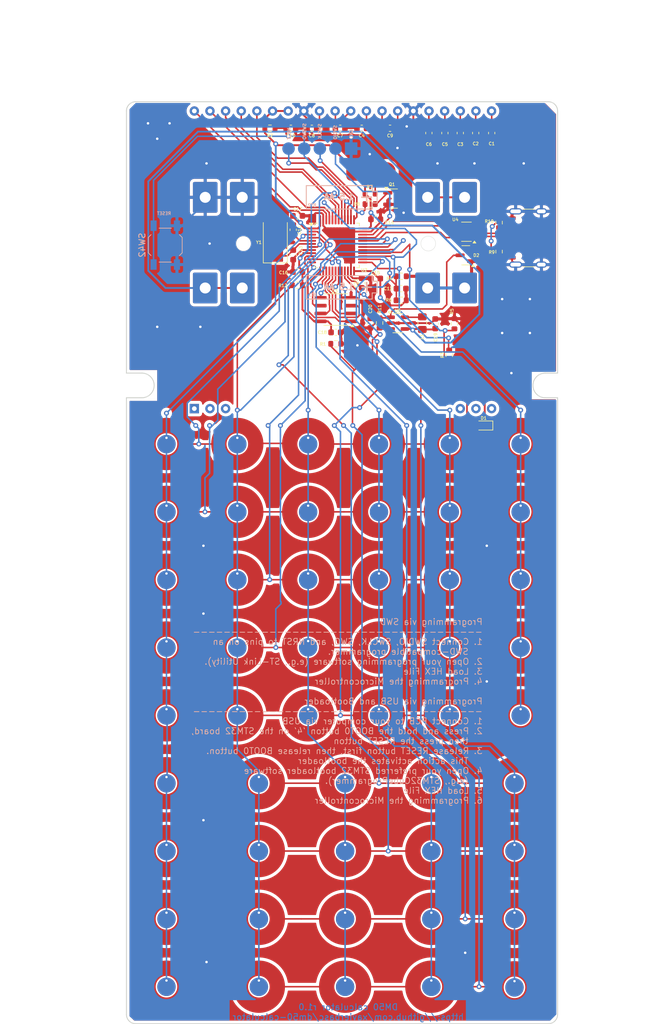
<source format=kicad_pcb>
(kicad_pcb (version 20240108) (generator "pcbnew") (generator_version "8.0")
  (layers (0 "F.Cu" signal) (31 "B.Cu" signal) (34 "B.Paste" user) (35 "F.Paste" user) (36 "B.SilkS" user "B.Silkscreen") (37 "F.SilkS" user "F.Silkscreen") (38 "B.Mask" user) (39 "F.Mask" user) (44 "Edge.Cuts" user))
  (net 0 "")
  (net 1 "VBAT")
  (net 2 "GND")
  (net 3 "Net-(BZ1--)")
  (net 4 "3.3V")
  (net 5 "Net-(U1-V0)")
  (net 6 "Net-(U1-V1)")
  (net 7 "Net-(U1-V2)")
  (net 8 "Net-(U1-CAP1N)")
  (net 9 "Net-(U1-CAP1P)")
  (net 10 "Net-(U1-V3)")
  (net 11 "Net-(U1-V4)")
  (net 12 "Net-(U1-CAP3P)")
  (net 13 "Net-(U1-VOUT)")
  (net 14 "Net-(U1-CAP2N)")
  (net 15 "Net-(U1-CAP2P)")
  (net 16 "NRST")
  (net 17 "OSCIN")
  (net 18 "VBAT_SNS")
  (net 19 "Net-(D1-A)")
  (net 20 "OSCOUT")
  (net 21 "USB_DP (D+)")
  (net 22 "Net-(J2-CC1)")
  (net 23 "USB_DM (D-)")
  (net 24 "Net-(J2-CC2)")
  (net 25 "VCAP1")
  (net 26 "Net-(Q1-B)")
  (net 27 "BUZZER")
  (net 28 "LED01")
  (net 29 "COL03")
  (net 30 "ROW03")
  (net 31 "DISP_RST")
  (net 32 "DISP_SCL")
  (net 36 "DISP_CS1B")
  (net 38 "DISP_A0")
  (net 39 "DISP_SI")
  (net 42 "Net-(U5-Vin)")
  (net 43 "COL06")
  (net 44 "COL02")
  (net 45 "ROW08")
  (net 46 "Net-(U4-VBUS)")
  (net 47 "ROW04")
  (net 48 "SWD_SWCLK")
  (net 49 "COL05")
  (net 50 "ROW02")
  (net 51 "COL04")
  (net 52 "SWD_SWDIO")
  (net 53 "ROW01")
  (net 54 "COL01")
  (net 55 "SWD_SWO")
  (net 56 "Net-(J2-D+-PadA6)")
  (net 57 "Net-(J2-D--PadA7)")
  (net 58 "Net-(U5-SW)")
  (net 59 "BOOT0")
  (net 60 "Net-(U5-EN)")
  (net 61 "QUADSPI_IO0")
  (net 62 "QUADSPI_CLK")
  (net 63 "QUADSPI_NCS")
  (net 64 "ROW09{slash}WAKEUP")
  (net 65 "QUADSPI_IO3")
  (net 66 "QUADSPI_IO1")
  (net 67 "QUADSPI_IO2")
  (net 68 "Net-(BT1--)")
  (net 69 "ROW06")
  (net 70 "ROW05")
  (footprint "DM50:dm50-button" (layer "F.Cu") (at 70.5 154)
    (property "Reference" "SW38")
    (property "Value" "4")
  )
  (footprint "DM50:dm50-button" (layer "F.Cu") (at 112 165)
    (property "Reference" "SW47")
    (property "Value" "-")
  )
  (footprint "DM50:dm50-button" (layer "F.Cu") (at 78.5 132)
    (property "Reference" "SW28")
    (property "Value" "+/-")
  )
  (footprint "Capacitor_SMD:C_0603_1608Metric" (layer "F.Cu") (at 76.069 53.2625 90)
    (property "Reference" "C11")
    (property "Value" "10pF")
  )
  (footprint "DM50:dm50-button" (layer "F.Cu") (at 98.5 165)
    (property "Reference" "SW46")
    (property "Value" "3")
  )
  (footprint "DM50:dm50-button" (layer "F.Cu") (at 101.5 132)
    (property "Reference" "SW30")
    (property "Value" "DEL")
  )
  (footprint "Capacitor_SMD:C_0603_1608Metric" (layer "F.Cu") (at 76.8 60.1 180)
    (property "Reference" "C16")
    (property "Value" "100nF")
  )
  (footprint "Resistor_SMD:R_0603_1608Metric" (layer "F.Cu") (at 109.5 56.8 -90)
    (property "Reference" "R9")
    (property "Value" "5.1K")
  )
  (footprint "DM50:dm50-button" (layer "F.Cu") (at 113 132)
    (property "Reference" "SW31")
    (property "Value" "BACK")
  )
  (footprint "DM50:dm50-button" (layer "F.Cu") (at 98.5 143)
    (property "Reference" "SW35")
    (property "Value" "9")
  )
  (footprint "Resistor_SMD:R_0603_1608Metric" (layer "F.Cu") (at 90.1 68.375 -90)
    (property "Reference" "R11")
    (property "Value" "10K")
  )
  (footprint "Capacitor_SMD:C_0603_1608Metric" (layer "F.Cu") (at 99.1375 68.5 90)
    (property "Reference" "C19")
    (property "Value" "10 uF")
  )
  (footprint "DM50:dm50-button" (layer "F.Cu") (at 90 132)
    (property "Reference" "SW29")
    (property "Value" "EEX")
  )
  (footprint "DM50:dm50-button" (layer "F.Cu") (at 67 121)
    (property "Reference" "SW21")
    (property "Value" "COS")
  )
  (footprint "DM50:dm50-button" (layer "F.Cu") (at 112 143)
    (property "Reference" "SW36")
    (property "Value" "/")
  )
  (footprint "DM50:dm50-button" (layer "F.Cu") (at 78.5 99)
    (property "Reference" "SW10")
    (property "Value" "CST")
  )
  (footprint "Capacitor_SMD:C_0603_1608Metric" (layer "F.Cu") (at 88.6 68.4 -90)
    (property "Reference" "C20")
    (property "Value" "4.7 uF")
  )
  (footprint "Capacitor_SMD:C_0603_1608Metric" (layer "F.Cu") (at 79.1 36.8)
    (property "Reference" "C8")
    (property "Value" "1uF")
  )
  (footprint "DM50:dm50-button" (layer "F.Cu") (at 70.5 165)
    (property "Reference" "SW44")
    (property "Value" "1")
  )
  (footprint "DM50:dm50-button" (layer "F.Cu") (at 112 154)
    (property "Reference" "SW41")
    (property "Value" "x")
  )
  (footprint "DM50:dm50-button" (layer "F.Cu") (at 101.5 99)
    (property "Reference" "SW12")
    (property "Value" "U")
  )
  (footprint "DM50:dm50-button" (layer "F.Cu") (at 70.5 143)
    (property "Reference" "SW33")
    (property "Value" "7")
  )
  (footprint "Capacitor_SMD:C_0603_1608Metric" (layer "F.Cu") (at 87.2 36.8 180)
    (property "Reference" "C4")
    (property "Value" "1uF")
  )
  (footprint "DM50:dm50-button" (layer "F.Cu") (at 98.5 154)
    (property "Reference" "SW40")
    (property "Value" "6")
  )
  (footprint "Capacitor_SMD:C_0603_1608Metric" (layer "F.Cu") (at 76.069 57.3375 -90)
    (property "Reference" "C13")
    (property "Value" "10pF")
  )
  (footprint "DM50:dm50-button" (layer "F.Cu") (at 78.5 88)
    (property "Reference" "SW4")
    (property "Value" "F3")
  )
  (footprint "Resistor_SMD:R_0603_1608Metric" (layer "F.Cu") (at 88.5625 47.4)
    (property "Reference" "R7")
    (property "Value" "100K")
  )
  (footprint "Capacitor_SMD:C_0603_1608Metric" (layer "F.Cu") (at 75.7 36.8)
    (property "Reference" "C10")
    (property "Value" "100nF")
  )
  (footprint "Resistor_SMD:R_0603_1608Metric" (layer "F.Cu") (at 102.25 68.5 90)
    (property "Reference" "R5")
    (property "Value" "100K")
  )
  (footprint "DM50:dm50-button" (layer "F.Cu") (at 55.5 121)
    (property "Reference" "SW20")
    (property "Value" "SIN")
  )
  (footprint "DM50:dm50-button" (layer "F.Cu") (at 101.5 88)
    (property "Reference" "SW6")
    (property "Value" "F5")
  )
  (footprint "Capacitor_SMD:C_0603_1608Metric" (layer "F.Cu") (at 98.1 37.575 -90)
    (property "Reference" "C6")
    (property "Value" "1uF")
  )
  (footprint "DM50:dm50-button" (layer "F.Cu") (at 101.5 121)
    (property "Reference" "SW24")
    (property "Value" "y^x")
  )
  (footprint "Capacitor_SMD:C_0603_1608Metric" (layer "F.Cu") (at 91.8 36.8 180)
    (property "Reference" "C9")
    (property "Value" "1uF")
  )
  (footprint "DM50:dm50-button" (layer "F.Cu") (at 113 99)
    (property "Reference" "SW13")
    (property "Value" "NXT")
  )
  (footprint "Capacitor_SMD:C_0603_1608Metric" (layer "F.Cu") (at 108.3 37.575 -90)
    (property "Reference" "C1")
    (property "Value" "1uF")
  )
  (footprint "Resistor_SMD:R_0603_1608Metric" (layer "F.Cu") (at 109.5 52.1 90)
    (property "Reference" "R10")
    (property "Value" "5.1K")
  )
  (footprint "Package_TO_SOT_SMD:SOT-23" (layer "F.Cu") (at 92.3625 48.2)
    (property "Reference" "Q1")
    (property "Value" "MMBT3904")
  )
  (footprint "Resistor_SMD:R_0603_1608Metric" (layer "F.Cu") (at 72.3 36.8)
    (property "Reference" "R2")
    (property "Value" "10k")
  )
  (footprint "DM50:dm50-button" (layer "F.Cu") (at 113 121)
    (property "Reference" "SW25")
    (property "Value" "1/x")
  )
  (footprint "DM50:dm50-button" (layer "F.Cu") (at 90 88)
    (property "Reference" "SW5")
    (property "Value" "F4")
  )
  (footprint "Package_TO_SOT_SMD:TSOT-23-5" (layer "F.Cu") (at 93.05 68.4)
    (property "Reference" "U5")
    (property "Value" "ADP2108AUJ-3.3")
  )
  (footprint "Capacitor_SMD:C_0603_1608Metric" (layer "F.Cu") (at 105.7 37.575 -90)
    (property "Reference" "C2")
    (property "Value" "1uF")
  )
  (footprint "Capacitor_SMD:C_0603_1608Metric" (layer "F.Cu") (at 103.2 37.575 -90)
    (property "Reference" "C3")
    (property "Value" "1uF")
  )
  (footprint "Capacitor_SMD:C_0603_1608Metric" (layer "F.Cu") (at 83.7 36.8)
    (property "Reference" "C7")
    (property "Value" "1uF")
  )
  (footprint "Capacitor_SMD:C_0603_1608Metric" (layer "F.Cu") (at 89.444 61.1625 180)
    (property "Reference" "C15")
    (property "Value" "100nF")
  )
  (footprint "DM50:dm50-button" (layer "F.Cu") (at 90 121)
    (property "Reference" "SW23")
    (property "Value" "SQR")
  )
  (footprint "DM50:dm50-button" (layer "F.Cu") (at 55.5 132)
    (property "Reference" "SW26")
    (property "Value" "ENTER")
  )
  (footprint "Resistor_SMD:R_0603_1608Metric" (layer "F.Cu") (at 101.4 73.6 -90)
    (property "Reference" "R3")
    (property "Value" "5.1K")
  )
  (footprint "Capacitor_SMD:C_0603_1608Metric" (layer "F.Cu") (at 100.7 37.575 -90)
    (property "Reference" "C5")
    (property "Value" "1uF")
  )
  (footprint "DM50:dm50-button" (layer "F.Cu") (at 67 132)
    (property "Reference" "SW27")
    (property "Value" "ENTER")
  )
  (footprint "DM50:dm50-button" (layer "F.Cu") (at 84.5 143)
    (property "Reference" "SW34")
    (property "Value" "8")
  )
  (footprint "DM50:dm50-button" (layer "F.Cu") (at 55.5 143)
    (property "Reference" "SW32")
    (property "Value" "ALPHA")
  )
  (footprint "Capacitor_SMD:C_0603_1608Metric" (layer "F.Cu") (at 76.8 51)
    (property "Reference" "C17")
    (property "Value" "100nF")
  )
  (footprint "DM50:dm50-button" (layer "F.Cu") (at 101.5 110)
    (property "Reference" "SW18")
    (property "Value" "D")
  )
  (footprint "DM50:dm50-button" (layer "F.Cu") (at 67 110)
    (property "Reference" "SW15")
    (property "Value" "STO")
  )
  (footprint "DM50:dm50-button" (layer "F.Cu") (at 55.5 110)
    (property "Reference" "SW14")
    (property "Value" "quote")
  )
  (footprint "DM50:Buzzer" (layer "F.Cu") (at 88.7 43.8)
    (property "Reference" "BZ1" (hide yes))
    (property "Value" "Buzzer")
  )
  (footprint "Resistor_SMD:R_0603_1608Metric" (layer "F.Cu") (at 88.5625 49.1)
    (property "Reference" "R8")
    (property "Value" "10K")
  )
  (footprint "DM50:dm50-button" (layer "F.Cu") (at 113 110)
    (property "Reference" "SW19")
    (property "Value" "R")
  )
  (footprint "Resistor_SMD:R_0603_1608Metric" (layer "F.Cu") (at 93.6 60.8)
    (property "Reference" "R4")
    (property "Value" "1M")
  )
  (footprint "LED_SMD:LED_0603_1608Metric" (layer "F.Cu") (at 107 85 180)
    (property "Reference" "D1")
    (property "Value" "LED (RED)")
  )
  (footprint "DM50:dm50-button" (layer "F.Cu") (at 55.5 165)
    (property "Reference" "SW43")
    (property "Value" "OPT2")
  )
  (footprint "DM50:dm50-button" (layer "F.Cu") (at 90 110)
    (property "Reference" "SW17")
    (property "Value" "L")
  )
  (footprint "DM50:dm50-button" (layer "F.Cu") (at 55.5 154)
    (property "Reference" "SW37")
    (property "Value" "OPT1")
  )
  (footprint "DM50:dm50-button" (layer "F.Cu") (at 55.5 99)
    (property "Reference" "SW8")
    (property "Value" "MTH")
  )
  (footprint "Capacitor_SMD:C_0603_1608Metric" (layer "F.Cu") (at 93.6 62.8)
    (property "Reference" "C12")
    (property "Value" "100nF")
  )
  (footprint "Capacitor_SMD:C_0603_1608Metric" (layer "F.Cu") (at 87.2 61.9 90)
    (property "Reference" "C21")
    (property "Value" "2.2uF")
  )
  (footprint "DM50:dm50-button" (layer "F.Cu") (at 98.5 176)
    (property "Reference" "SW51")
    (property "Value" "SPC")
  )
  (footprint "Resistor_SMD:R_0603_1608Metric" (layer "F.Cu") (at 76.75 62.25 180)
    (property "Reference" "R12")
    (property "Value" "10K")
  )
  (footprint "DM50:dm50-button" (layer "F.Cu") (at 70.5 176)
    (property "Reference" "SW49")
    (property "Value" "0")
  )
  (footprint "Connector_USB:USB_C_Receptacle_GCT_USB4105-xx-A_16P_TopMnt_Horizontal" (layer "F.Cu") (at 115.29 54.59 90)
    (property "Reference" "J2" (hide yes))
    (property "Value" "USB_C_Receptacle_USB2.0_14P")
  )
  (footprint "Capacitor_SMD:C_0603_1608Metric" (layer "F.Cu") (at 89.469 51.5625)
    (property "Reference" "C14")
    (property "Value" "100nF")
  )
  (footprint "DM50:dm50-button" (layer "F.Cu") (at 84.5 165)
    (property "Reference" "SW45")
    (property "Value" "2")
  )
  (footprint "Resistor_SMD:R_0603_1608Metric" (layer "F.Cu") (at 83 71.75)
    (property "Reference" "R1")
    (property "Value" "100k")
  )
  (footprint "DM50:dm50-button" (layer "F.Cu") (at 84.5 176)
    (property "Reference" "SW50")
    (property "Value" ".")
  )
  (footprint "DM50:dm50-button" (layer "F.Cu") (at 84.5 154)
    (property "Reference" "SW39")
    (property "Value" "5")
  )
  (footprint "Package_SO:SOIC-8_3.9x4.9mm_P1.27mm" (layer "F.Cu") (at 83 66.2 180)
    (property "Reference" "U3")
    (property "Value" "AT25SF641")
  )
  (footprint "Inductor_SMD:L_0805_2012Metric_Pad1.15x1.40mm_HandSolder" (layer "F.Cu") (at 97.0375 68.4 -90)
    (property "Reference" "L1")
    (property "Value" "1uH")
  )
  (footprint "DM50:dm50-button" (layer "F.Cu") (at 90 99)
    (property "Reference" "SW11")
    (property "Value" "VAR")
  )
  (footprint "Crystal:Crystal_SMD_0603-2Pin_6.0x3.5mm" (layer "F.Cu") (at 73.169 55.2875 90)
    (property "Reference" "Y1")
    (property "Value" "HSE 16MHz")
  )
  (footprint "DM50:dm50-button" (layer "F.Cu") (at 67 88)
    (property "Reference" "SW3")
    (property "Value" "F2")
  )
  (footprint "DM50:dm50-button" (layer "F.Cu") (at 78.5 120.95)
    (property "Reference" "SW22")
    (property "Value" "TAN")
  )
  (footprint "DM50:dm50-button" (layer "F.Cu") (at 55.5 88)
    (property "Reference" "SW2")
    (property "Value" "F1")
  )
  (footprint "DM50:dm50-button" (layer "F.Cu") (at 78.5 110)
    (property "Reference" "SW16")
    (property "Value" "EVAL")
  )
  (footprint "Resistor_SMD:R_0603_1608Metric" (layer "F.Cu") (at 93.6 64.7 180)
    (property "Reference" "R6")
    (property "Value" "1M")
  )
  (footprint "Capacitor_SMD:C_0603_1608Metric" (layer "F.Cu") (at 83 69.9)
    (property "Reference" "C18")
    (property "Value" "4.7 uF")
  )
  (footprint "DM50:dm50-button" (layer "F.Cu") (at 112 176.1)
    (property "Reference" "SW52")
    (property "Value" "+")
  )
  (footprint "DM50:EA_DOGL128-6" (layer "F.Cu") (at 60.02 82.26 90)
    (property "Reference" "U1" (hide yes))
    (property "Value" "EA_DOGL128X-6")
  )
  (footprint "DM50:dm50-button" (layer "F.Cu") (at 67 99)
    (property "Reference" "SW9")
    (property "Value" "PRG")
  )
  (footprint "Package_QFP:LQFP-48_7x7mm_P0.5mm" (layer "F.Cu") (at 83.2 55.8)
    (property "Reference" "U2")
    (property "Value" "STM32U535CBT6")
  )
  (footprint "DM50:dm50-button" (layer "F.Cu") (at 113 88)
    (property "Reference" "SW7")
    (property "Value" "F6")
  )
  (footprint "Package_TO_SOT_SMD:SOT-23" (layer "F.Cu") (at 104.1 57.4 180)
    (property "Reference" "D2")
    (property "Value" "BAT54C")
  )
  (footprint "DM50:dm50-button" (layer "F.Cu") (at 55.5 176)
    (property "Reference" "SW48")
    (property "Value" "ON")
  )
  (footprint "Package_TO_SOT_SMD:SOT-23-6" (layer "F.Cu") (at 104.2 53.575 180)
    (property "Reference" "U4")
    (property "Value" "USBLC6-2SC6")
  )
  (footprint "Button_Switch_SMD:SW_SPST_TL3342" (layer "B.Cu") (at 55.3 55.75 -90)
    (property "Reference" "SW42")
    (property "Value" "RESET")
  )
  (footprint "DM50:dm50-batAAA" (layer "B.Cu") (at 106 62.7 90)
    (property "Reference" "BT1")
    (property "Value" "AA")
  )
  (footprint "DM50:JST_CON_SMD" (layer "B.Cu") (at 85.48 40.1 180)
    (property "Reference" "J1" (hide yes))
    (property "Value" "ST-LINK" (hide yes))
  )
  (footprint "DM50:dm50-batAAA" (layer "B.Cu") (at 106 48 90)
    (property "Reference" "BT2")
    (property "Value" "AA")
  )
  (gr_line (start 78.2 46.1) (end 88.9 46.1) (stroke (width 0.15)) (layer "B.SilkS"))
  (gr_line (start 88.9 46.1) (end 88.9 47) (stroke (width 0.15)) (layer "B.SilkS"))
  (gr_line (start 88.9 49.9) (end 78.2 49.9) (stroke (width 0.15)) (layer "B.SilkS"))
  (gr_line (start 89.7 48.9) (end 88.9 48.9) (stroke (width 0.15)) (layer "B.SilkS"))
  (gr_line (start 88.9 47) (end 89.7 47) (stroke (width 0.15)) (layer "B.SilkS"))
  (gr_line (start 78.2 64.5) (end 78.2 60.7) (stroke (width 0.15)) (layer "B.SilkS"))
  (gr_line (start 78.2 49.9) (end 78.2 46.1) (stroke (width 0.15)) (layer "B.SilkS"))
  (gr_line (start 88.9 48.9) (end 88.9 49.9) (stroke (width 0.15)) (layer "B.SilkS"))
  (gr_line (start 89.7 47) (end 89.7 48.9) (stroke (width 0.15)) (layer "B.SilkS"))
  (gr_line (start 88.9 64.5) (end 78.2 64.5) (stroke (width 0.15)) (layer "B.SilkS"))
  (gr_line (start 78.2 60.7) (end 88.9 60.7) (stroke (width 0.15)) (layer "B.SilkS"))
  (gr_line (start 88.9 61.6) (end 89.7 61.6) (stroke (width 0.15)) (layer "B.SilkS"))
  (gr_line (start 88.9 63.5) (end 88.9 64.5) (stroke (width 0.15)) (layer "B.SilkS"))
  (gr_line (start 89.7 63.5) (end 88.9 63.5) (stroke (width 0.15)) (layer "B.SilkS"))
  (gr_line (start 89.7 61.6) (end 89.7 63.5) (stroke (width 0.15)) (layer "B.SilkS"))
  (gr_line (start 88.9 60.7) (end 88.9 61.6) (stroke (width 0.15)) (layer "B.SilkS"))
  (gr_line (start 117 76.5) (end 119 76.5) (stroke (width 0.15)) (layer "Edge.Cuts"))
  (gr_arc (start 50.5 182) (mid 49.43934 181.56066) (end 49 180.5) (stroke (width 0.15)) (layer "Edge.Cuts"))
  (gr_line (start 49 76.5) (end 49 34) (stroke (width 0.15)) (layer "Edge.Cuts"))
  (gr_line (start 51.5 80.5) (end 49 80.5) (stroke (width 0.15)) (layer "Edge.Cuts"))
  (gr_arc (start 49 34) (mid 49.439337 32.939326) (end 50.5 32.5) (stroke (width 0.15)) (layer "Edge.Cuts"))
  (gr_arc (start 117 80.5) (mid 115 78.5) (end 117 76.5) (stroke (width 0.15)) (layer "Edge.Cuts"))
  (gr_line (start 50.5 32.5) (end 117.5 32.5) (stroke (width 0.15)) (layer "Edge.Cuts"))
  (gr_arc (start 51.5 76.5) (mid 53.5 78.5) (end 51.5 80.5) (stroke (width 0.15)) (layer "Edge.Cuts"))
  (gr_arc (start 119 180.5) (mid 118.56066 181.56066) (end 117.5 182) (stroke (width 0.15)) (layer "Edge.Cuts"))
  (gr_line (start 51.5 76.5) (end 49 76.5) (stroke (width 0.15)) (layer "Edge.Cuts"))
  (gr_line (start 117.5 182) (end 50.5 182) (stroke (width 0.15)) (layer "Edge.Cuts"))
  (gr_line (start 119 34) (end 119 76.5) (stroke (width 0.15)) (layer "Edge.Cuts"))
  (gr_circle (center 68 55.5) (end 69.2 55.5) (stroke (width 0.05)) (fill none) (layer "Edge.Cuts"))
  (gr_line (start 119 80.5) (end 119 180.5) (stroke (width 0.15)) (layer "Edge.Cuts"))
  (gr_line (start 117 80.5) (end 119 80.5) (stroke (width 0.15)) (layer "Edge.Cuts"))
  (gr_line (start 49 80.5) (end 49 180.5) (stroke (width 0.15)) (layer "Edge.Cuts"))
  (gr_circle (center 98 55.5) (end 99.2 55.5) (stroke (width 0.05)) (fill none) (layer "Edge.Cuts"))
  (gr_arc (start 117.5 32.5) (mid 118.56066 32.93934) (end 119 34) (stroke (width 0.15)) (layer "Edge.Cuts"))
  (gr_text "DM50 calculator r1.0\nhttps://github.com/xavierbasc/dm50-calculator" (at 85 181.5 0) (layer "B.Cu") (effects (font (size 1 1) (thickness 0.15) (bold yes)) (justify bottom mirror)))
  (gr_text "SWSWO" (at 78.2 38.7 90) (layer "B.SilkS") (effects (font (size 0.5 0.5) (thickness 0.125) (bold yes)) (justify right bottom mirror)))
  (gr_text "NRST" (at 75.7 38.7 90) (layer "B.SilkS") (effects (font (size 0.5 0.5) (thickness 0.125) (bold yes)) (justify right bottom mirror)))
  (gr_text "RESET" (at 55.1 50.9 0) (layer "B.SilkS") (effects (font (size 0.5 0.5) (thickness 0.1)) (justify bottom mirror)))
  (gr_text "1.5 AA" (at 83.5 63.1 0) (layer "B.SilkS") (effects (font (size 1 1) (thickness 0.25) (bold yes)) (justify bottom mirror)))
  (gr_text "Programming via SWD\n--------------------------------------\n1. Connect SWDIO, SWCLK, SWO, and NRST to pins on an \n   SWD-compatible programmer.\n2. Open your programming software (e.g., ST-Link Utility).\n3. Load HEX File\n4. Programming the Microcontroller\n\nProgramming via USB and Bootloader\n--------------------------------------\n1. Connect PCB to your computer via USB\n2. Press and hold the BOOT0 button '4' on the STM32 board, \n   then press the RESET button\n3. Release RESET button first, then release BOOT0 button. \n   This action activates the bootloader\n4. Open your preferred STM32 bootloader software \n   (e.g., STM32CubeProgrammer).\n5. Load HEX File\n6. Programming the Microcontroller\n" (at 106.9 146.4 0) (layer "B.SilkS") (effects (font (size 1 1) (thickness 0.125)) (justify left bottom mirror)))
  (gr_text "1.5 AA" (at 83.5 48.5 0) (layer "B.SilkS") (effects (font (size 1 1) (thickness 0.25) (bold yes)) (justify bottom mirror)))
  (gr_text "SWDIO" (at 83.2 38.7 90) (layer "B.SilkS") (effects (font (size 0.5 0.5) (thickness 0.125) (bold yes)) (justify right bottom mirror)))
  (gr_text "GND" (at 85.8 38.6 90) (layer "B.SilkS") (effects (font (size 0.5 0.5) (thickness 0.125) (bold yes)) (justify right bottom mirror)))
  (gr_text "+" (at 88 63.6 0) (layer "B.SilkS") (effects (font (size 2 2) (thickness 0.25) (bold yes)) (justify bottom mirror)))
  (gr_text "SWCLK" (at 80.7 38.6 90) (layer "B.SilkS") (effects (font (size 0.5 0.5) (thickness 0.125) (bold yes)) (justify right bottom mirror)))
  (gr_text "+" (at 88 49 0) (layer "B.SilkS") (effects (font (size 2 2) (thickness 0.25) (bold yes)) (justify bottom mirror)))
  (segment (start 96 60.8) (end 97.9 62.7) (width 0.5) (layer "F.Cu") (net 1))
  (segment (start 105.038 59.1531) (end 105.0375 59.1526) (width 0.5) (layer "F.Cu") (net 1))
  (segment (start 105.038 59.1531) (end 105.038 58.35) (width 0.5) (layer "F.Cu") (net 1))
  (segment (start 105.038 60.7593) (end 105.038 60.7588) (width 0.5) (layer "F.Cu") (net 1))
  (segment (start 105.038 61.5625) (end 105.038 60.7593) (width 0.5) (layer "F.Cu") (net 1))
  (segment (start 105.038 59.9562) (end 105.038 59.1531) (width 0.5) (layer "F.Cu") (net 1))
  (segment (start 94.425 60.8) (end 96 60.8) (width 0.5) (layer "F.Cu") (net 1))
  (segment (start 105.0375 59.1526) (end 105.0375 58.35) (width 0.5) (layer "F.Cu") (net 1))
  (segment (start 103.9 62.7) (end 105.038 61.5625) (width 0.5) (layer "F.Cu") (net 1))
  (segment (start 105.038 60.7588) (end 105.038 59.9562) (width 0.5) (layer "F.Cu") (net 1))
  (segment (start 97.9 62.7) (end 103.9 62.7) (width 0.5) (layer "B.Cu") (net 1))
  (segment (start 90.244 52.0375) (end 88.7315 53.55) (width 0.3) (layer "F.Cu") (net 2))
  (segment (start 76.069 57.931) (end 77.45 56.55) (width 0.3) (layer "F.Cu") (net 2))
  (segment (start 88.669 61.1625) (end 88.669 63.876) (width 0.3) (layer "F.Cu") (net 2))
  (segment (start 90.244 50.331) (end 91.425 49.15) (width 0.3) (layer "F.Cu") (net 2))
  (segment (start 112.185 58.91) (end 116.365 58.91) (width 0.3) (layer "F.Cu") (net 2))
  (segment (start 77.45 56.55) (end 79.0375 56.55) (width 0.3) (layer "F.Cu") (net 2))
  (segment (start 94.425 64.7) (end 93.6 65.525) (width 0.3) (layer "F.Cu") (net 2))
  (segment (start 80.95 50.7969) (end 80.7031 50.55) (width 0.3) (layer "F.Cu") (net 2))
  (segment (start 85.5 38.25) (end 94.7191 38.25) (width 0.3) (layer "F.Cu") (net 2))
  (segment (start 76.047 58.1345) (end 76.047 57.953) (width 0.3) (layer "F.Cu") (net 2))
  (segment (start 85.45 53.55) (end 81.9 53.55) (width 0.3) (layer "F.Cu") (net 2))
  (segment (start 111.61 57.79) (end 111.61 58.335) (width 0.3) (layer "F.Cu") (net 2))
  (segment (start 103.2 38.35) (end 105.7 38.35) (width 0.3) (layer "F.Cu") (net 2))
  (segment (start 102.2 67.725) (end 102.25 67.675) (width 0.3) (layer "F.Cu") (net 2))
  (segment (start 95.3 38.25) (end 96.65 36.9) (width 0.3) (layer "F.Cu") (net 2))
  (segment (start 87.35 65.195) (end 88.1225 64.4225) (width 0.3) (layer "F.Cu") (net 2))
  (segment (start 112.185 50.27) (end 116.365 50.27) (width 0.3) (layer "F.Cu") (net 2))
  (segment (start 87.2874 69.175) (end 87.2874 65.2576) (width 0.3) (layer "F.Cu") (net 2))
  (segment (start 104.675 53.575) (end 104.325 53.225) (width 0.3) (layer "F.Cu") (net 2))
  (segment (start 77.8 34) (end 77.8 34.7) (width 0.3) (layer "F.Cu") (net 2))
  (segment (start 99.1375 67.725) (end 102.2 67.725) (width 0.3) (layer "F.Cu") (net 2))
  (segment (start 85.5 38.25) (end 85.48 38.27) (width 0.3) (layer "F.Cu") (net 2))
  (segment (start 83.775 69.9) (end 83.775 71.7) (width 0.3) (layer "F.Cu") (net 2))
  (segment (start 107.168 72.593) (end 107.168 84.3805) (width 0.3) (layer "F.Cu") (net 2))
  (segment (start 88.669 63.876) (end 88.1225 64.4225) (width 0.3) (layer "F.Cu") (net 2))
  (segment (start 75.225 51.6435) (end 75.225 50.5056) (width 0.3) (layer "F.Cu") (net 2))
  (segment (start 79.25 51) (end 77.575 51) (width 0.3) (layer "F.Cu") (net 2))
  (segment (start 105.125 51.275) (end 109.5 51.275) (width 0.3) (layer "F.Cu") (net 2))
  (segment (start 95.58 35.83) (end 95.58 34) (width 0.3) (layer "F.Cu") (net 2))
  (segment (start 76.047 57.953) (end 76.069 57.931) (width 0.3) (layer "F.Cu") (net 2))
  (segment (start 77.8 34.7) (end 78.325 35.225) (width 0.3) (layer "F.Cu") (net 2))
  (segment (start 94.7191 38.25) (end 95.3 38.25) (width 0.3) (layer "F.Cu") (net 2))
  (segment (start 96.65 36.9) (end 95.58 35.83) (width 0.3) (layer "F.Cu") (net 2))
  (segment (start 105.3375 53.575) (end 104.675 53.575) (width 0.3) (layer "F.Cu") (net 2))
  (segment (start 79.7 50.55) (end 79.25 51) (width 0.3) (layer "F.Cu") (net 2))
  (segment (start 79.775 38.25) (end 85.5 38.25) (width 0.3) (layer "F.Cu") (net 2))
  (segment (start 87.3625 53.55) (end 85.45 53.55) (width 0.3) (layer "F.Cu") (net 2))
  (segment (start 98.1 38.35) (end 100.7 38.35) (width 0.3) (layer "F.Cu") (net 2))
  (segment (start 76.025 60.1) (end 76.025 58.1565) (width 0.3) (layer "F.Cu") (net 2))
  (segment (start 75.225 50.5056) (end 75.5556 50.175) (width 0.3) (layer "F.Cu") (net 2))
  (segment (start 108.3 38.35) (end 105.7 38.35) (width 0.3) (layer "F.Cu") (net 2))
  (segment (start 94.7191 48.2317) (end 93.8008 49.15) (width 0.3) (layer "F.Cu") (net 2))
  (segment (start 89.375 68.4) (end 91.9125 68.4) (width 0.3) (layer "F.Cu") (net 2))
  (segment (start 91.9125 68.4) (end 93.1375 68.4) (width 0.3) (layer "F.Cu") (net 2))
  (segment (start 98.1 38.35) (end 96.65 36.9) (width 0.3) (layer "F.Cu") (net 2))
  (segment (start 81.9 53.55) (end 80.95 52.6) (width 0.3) (layer "F.Cu") (net 2))
  (segment (start 85.475 64.295) (end 86.45 64.295) (width 0.3) (layer "F.Cu") (net 2))
  (segment (start 109.5 51.275) (end 111.495 51.275) (width 0.3) (layer "F.Cu") (net 2))
  (segment (start 88.7315 53.55) (end 87.3625 53.55) (width 0.3) (layer "F.Cu") (net 2))
  (segment (start 78.325 35.225) (end 78.325 36.8) (width 0.3) (layer "F.Cu") (net 2))
  (segment (start 102.25 67.675) (end 107.168 72.593) (width 0.3) (layer "F.Cu") (net 2))
  (segment (start 76.475 36.8) (end 78.325 36.8) (width 0.3) (layer "F.Cu") (net 2))
  (segment (start 85.77188 61.125) (end 87.2 61.125) (width 0.3) (layer "F.Cu") (net 2))
  (segment (start 93.6 65.525) (end 89.225 65.525) (width 0.3) (layer "F.Cu") (net 2))
  (segment (start 88.6 69.175) (end 89.375 68.4) (width 0.3) (layer "F.Cu") (net 2))
  (segment (start 76.025 58.1565) (end 76.047 58.1345) (width 0.3) (layer "F.Cu") (net 2))
  (segment (start 111.61 58.335) (end 112.185 58.91) (width 0.3) (layer "F.Cu") (net 2))
  (segment (start 75.5556 50.175) (end 76.75 50.175) (width 0.3) (layer "F.Cu") (net 2))
  (segment (start 75.225 50.5056) (end 75.2194 50.5) (width 0.3) (layer "F.Cu") (net 2))
  (segment (start 104.325 53.225) (end 104.325 52.075) (width 0.3) (layer "F.Cu") (net 2))
  (segment (start 83.775 71.7) (end 83.825 71.75) (width 0.3) (layer "F.Cu") (net 2))
  (segment (start 98.4625 68.4) (end 99.1375 67.725) (width 0.3) (layer "F.Cu") (net 2))
  (segment (start 86.45 64.295) (end 87.35 65.195) (width 0.3) (layer "F.Cu") (net 2))
  (segment (start 99.1375 67.725) (end 99.3589 67.9463) (width 0.3) (layer "F.Cu") (net 2))
  (segment (start 108.3 38.35) (end 110 38.35) (width 0.3) (layer "F.Cu") (net 2))
  (segment (start 90.244 51.5625) (end 90.244 52.0375) (width 0.3) (layer "F.Cu") (net 2))
  (segment (start 90.244 51.5625) (end 90.244 50.331) (width 0.3) (layer "F.Cu") (net 2))
  (segment (start 85.45 59.9625) (end 85.45 60.80312) (width 0.3) (layer "F.Cu") (net 2))
  (segment (start 112.185 40.535) (end 112.185 50.27) (width 0.3) (layer "F.Cu") (net 2))
  (segment (start 87.2 61.125) (end 88.6315 61.125) (width 0.3) (layer "F.Cu") (net 2))
  (segment (start 85.45 59.9625) (end 85.45 53.55) (width 0.3) (layer "F.Cu") (net 2))
  (segment (start 72.75 50.5) (end 70.25 48) (width 0.3) (layer "F.Cu") (net 2))
  (segment (start 87.2874 69.175) (end 84.5 69.175) (width 0.3) (layer "F.Cu") (net 2))
  (segment (start 109.665 57.79) (end 111.61 57.79) (width 0.3) (layer "F.Cu") (net 2))
  (segment (start 111.495 51.275) (end 111.495 50.96) (width 0.3) (layer "F.Cu") (net 2))
  (segment (start 88.6315 61.125) (end 88.669 61.1625) (width 0.3) (layer "F.Cu") (net 2))
  (segment (start 70.25 48) (end 67.8 48) (width 0.3) (layer "F.Cu") (net 2))
  (segment (start 94.7191 38.25) (end 94.7191 48.2317) (width 0.3) (layer "F.Cu") (net 2))
  (segment (start 78.325 36.8) (end 79.775 38.25) (width 0.3) (layer "F.Cu") (net 2))
  (segment (start 87.2874 65.2576) (end 87.35 65.195) (width 0.3) (layer "F.Cu") (net 2))
  (segment (start 100.7 38.35) (end 103.2 38.35) (width 0.3) (layer "F.Cu") (net 2))
  (segment (start 80.95 52.6) (end 80.95 51.6375) (width 0.3) (layer "F.Cu") (net 2))
  (segment (start 93.8008 49.15) (end 91.425 49.15) (width 0.3) (layer "F.Cu") (net 2))
  (segment (start 111.495 50.96) (end 112.185 50.27) (width 0.3) (layer "F.Cu") (net 2))
  (segment (start 80.95 51.6375) (end 80.95 50.7969) (width 0.3) (layer "F.Cu") (net 2))
  (segment (start 110 38.35) (end 112.185 40.535) (width 0.3) (layer "F.Cu") (net 2))
  (segment (start 75.2194 50.5) (end 72.75 50.5) (width 0.3) (layer "F.Cu") (net 2))
  (segment (start 89.225 65.525) (end 88.1225 64.4225) (width 0.3) (layer "F.Cu") (net 2))
  (segment (start 94.425 62.85) (end 94.375 62.8) (width 0.3) (layer "F.Cu") (net 2))
  (segment (start 94.425 64.7) (end 94.425 62.85) (width 0.3) (layer "F.Cu") (net 2))
  (segment (start 111.495 51.275) (end 111.61 51.39) (width 0.3) (layer "F.Cu") (net 2))
  (segment (start 104.325 52.075) (end 105.125 51.275) (width 0.3) (layer "F.Cu") (net 2))
  (segment (start 85.45 60.80312) (end 85.77188 61.125) (width 0.3) (layer "F.Cu") (net 2))
  (segment (start 116.365 50.27) (end 116.365 58.91) (width 0.3) (layer "F.Cu") (net 2))
  (segment (start 107.168 84.3805) (end 107.7875 85) (width 0.3) (layer "F.Cu") (net 2))
  (segment (start 93.1375 68.4) (end 98.4625 68.4) (width 0.3) (layer "F.Cu") (net 2))
  (segment (start 80.7031 50.55) (end 79.7 50.55) (width 0.3) (layer "F.Cu") (net 2))
  (segment (start 84.5 69.175) (end 83.775 69.9) (width 0.3) (layer "F.Cu") (net 2))
  (segment (start 76.047 58.1345) (end 76.069 58.1125) (width 0.3) (layer "F.Cu") (net 2))
  (segment (start 76.069 52.4875) (end 75.225 51.6435) (width 0.3) (layer "F.Cu") (net 2))
  (segment (start 88.6 69.175) (end 87.2874 69.175) (width 0.3) (layer "F.Cu") (net 2))
  (segment (start 76.75 50.175) (end 77.575 51) (width 0.3) (layer "F.Cu") (net 2))
  (segment (start 109.5 57.625) (end 109.665 57.79) (width 0.3) (layer "F.Cu") (net 2))
  (via (at 52.5 36) (size 0.8) (drill 0.4) (layers "F.Cu" "B.Cu") (net 2))
  (via (at 85.48 38.27) (size 0.8) (drill 0.4) (layers "F.Cu" "B.Cu") (net 2))
  (via (at 110 64.5) (size 0.8) (drill 0.4) (layers "F.Cu" "B.Cu") (net 2))
  (via (at 114.5 70) (size 0.8) (drill 0.4) (layers "F.Cu" "B.Cu") (net 2))
  (via (at 113.5 42.5) (size 0.8) (drill 0.4) (layers "F.Cu" "B.Cu") (net 2))
  (via (at 107.5 126.5) (size 0.8) (drill 0.4) (layers "F.Cu" "B.Cu") (net 2))
  (via (at 86.5 72) (size 0.8) (drill 0.4) (layers "F.Cu" "B.Cu") (net 2))
  (via (at 88.5 41) (size 0.8) (drill 0.4) (layers "F.Cu" "B.Cu") (net 2))
  (via (at 94.5 36.5) (size 0.8) (drill 0.4) (layers "F.Cu" "B.Cu") (net 2))
  (via (at 110 70) (size 0.8) (drill 0.4) (layers "F.Cu" "B.Cu") (net 2))
  (via (at 62 172) (size 0.8) (drill 0.4) (layers "F.Cu" "B.Cu") (net 2))
  (via (at 56 36) (size 0.8) (drill 0.4) (layers "F.Cu" "B.Cu") (net 2))
  (via (at 54 69) (size 0.8) (drill 0.4) (layers "F.Cu" "B.Cu") (net 2))
  (via (at 61.5 149) (size 0.8) (drill 0.4) (layers "F.Cu" "B.Cu") (net 2))
  (via (at 99.5 42.5) (size 0.8) (drill 0.4) (layers "F.Cu" "B.Cu") (net 2))
  (via (at 111.5 76.5) (size 0.8) (drill 0.4) (layers "F.Cu" "B.Cu") (net 2))
  (via (at 62.5 55.5) (size 0.8) (drill 0.4) (layers "F.Cu" "B.Cu") (net 2))
  (via (at 61.5 104.5) (size 0.8) (drill 0.4) (layers "F.Cu" "B.Cu") (net 2))
  (via (at 114.5 64.5) (size 0.8) (drill 0.4) (layers "F.Cu" "B.Cu") (net 2))
  (via (at 104 170.5) (size 0.8) (drill 0.4) (layers "F.Cu" "B.Cu") (net 2))
  (via (at 61.5 115.5) (size 0.8) (drill 0.4) (layers "F.Cu" "B.Cu") (net 2))
  (via (at 107.5 104.5) (size 0.8) (drill 0.4) (layers "F.Cu" "B.Cu") (net 2))
  (via (at 54 38.5) (size 0.8) (drill 0.4) (layers "F.Cu" "B.Cu") (net 2))
  (via (at 93 40) (size 0.8) (drill 0.4) (layers "F.Cu" "B.Cu") (net 2))
  (via (at 61 69) (size 0.8) (drill 0.4) (layers "F.Cu" "B.Cu") (net 2))
  (via (at 94 50.5) (size 0.8) (drill 0.4) (layers "F.Cu" "B.Cu") (net 2))
  (via (at 105.5 42.5) (size 0.8) (drill 0.4) (layers "F.Cu" "B.Cu") (net 2))
  (via (at 62 42.5) (size 0.8) (drill 0.4) (layers "F.Cu" "B.Cu") (net 2))
  (segment (start 57.2 53.3987) (end 61.788 48.8107) (width 0.3) (layer "B.Cu") (net 2))
  (segment (start 85.48 40.1) (end 85.48 38.27) (width 0.3) (layer "B.Cu") (net 2))
  (segment (start 61.788 48) (end 67.8 48) (width 0.3) (layer "B.Cu") (net 2))
  (segment (start 61.788 48.8107) (end 61.788 48) (width 0.3) (layer "B.Cu") (net 2))
  (segment (start 57.2 53.3987) (end 57.2 58.9) (width 0.3) (layer "B.Cu") (net 2))
  (segment (start 57.2 52.6) (end 57.2 53.3987) (width 0.3) (layer "B.Cu") (net 2))
  (segment (start 90.6667 44.3333) (end 93.3 46.9666) (width 0.25) (layer "F.Cu") (net 3))
  (segment (start 93.3 46.9666) (end 93.3 48.2) (width 0.25) (layer "F.Cu") (net 3))
  (segment (start 89.3875 47.4) (end 89.3875 45.6125) (width 0.25) (layer "F.Cu") (net 3))
  (segment (start 89.3875 45.6125) (end 90.6667 44.3333) (width 0.25) (layer "F.Cu") (net 3))
  (segment (start 90.6667 44.3333) (end 91.2 43.8) (width 0.25) (layer "F.Cu") (net 3))
  (segment (start 98.9875 69.425) (end 99.1375 69.275) (width 0.3) (layer "F.Cu") (net 4))
  (segment (start 88.694 52.706) (end 88.35 53.05) (width 0.3) (layer "F.Cu") (net 4))
  (segment (start 78.25 53.05) (end 79.0375 53.05) (width 0.3) (layer "F.Cu") (net 4))
  (segment (start 82.225 69.9) (end 82.225 68.625) (width 0.3) (layer "F.Cu") (net 4))
  (segment (start 88.6375 48.3) (end 87.7375 47.4) (width 0.3) (layer "F.Cu") (net 4))
  (segment (start 78.2 53) (end 78.25 53.05) (width 0.3) (layer "F.Cu") (net 4))
  (segment (start 88.763408 59.9625) (end 85.95 59.9625) (width 0.3) (layer "F.Cu") (net 4))
  (segment (start 77.2725 52.1053) (end 77.2725 52.2388) (width 0.3) (layer "F.Cu") (net 4))
  (segment (start 97.0375 69.425) (end 98.9875 69.425) (width 0.3) (layer "F.Cu") (net 4))
  (segment (start 95.575 69.4279) (end 95.481 69.5219) (width 0.3) (layer "F.Cu") (net 4))
  (segment (start 80.05 53.05) (end 79.0375 53.05) (width 0.3) (layer "F.Cu") (net 4))
  (segment (start 77.05 59.35) (end 77.05 57.943) (width 0.3) (layer "F.Cu") (net 4))
  (segment (start 77.575 59.875) (end 77.05 59.35) (width 0.3) (layer "F.Cu") (net 4))
  (segment (start 77.575 62.25) (end 77.575 60.1) (width 0.3) (layer "F.Cu") (net 4))
  (segment (start 71.475 36.8) (end 71.475 35.245) (width 0.3) (layer "F.Cu") (net 4))
  (segment (start 77.575 60.1) (end 77.575 59.875) (width 0.3) (layer "F.Cu") (net 4))
  (segment (start 71.475 37.575) (end 71.475 36.8) (width 0.3) (layer "F.Cu") (net 4))
  (segment (start 81.705 68.105) (end 80.525 68.105) (width 0.3) (layer "F.Cu") (net 4))
  (segment (start 77.2725 52.2388) (end 77.2057 52.3056) (width 0.3) (layer "F.Cu") (net 4))
  (segment (start 77.05 57.943) (end 77.1188 57.8742) (width 0.3) (layer "F.Cu") (net 4))
  (segment (start 77.2725 52.2388) (end 77.2725 52.3724) (width 0.3) (layer "F.Cu") (net 4))
  (segment (start 89.963408 61.1625) (end 88.763408 59.9625) (width 0.3) (layer "F.Cu") (net 4))
  (segment (start 77.575 66.2077) (end 77.575 62.25) (width 0.3) (layer "F.Cu") (net 4))
  (segment (start 71.475 35.245) (end 72.72 34) (width 0.3) (layer "F.Cu") (net 4))
  (segment (start 81.95 39.55) (end 73.45 39.55) (width 0.3) (layer "F.Cu") (net 4))
  (segment (start 76.025 51.125) (end 77.9 53) (width 0.3) (layer "F.Cu") (net 4))
  (segment (start 80.45 51.6375) (end 80.45 52.65) (width 0.3) (layer "F.Cu") (net 4))
  (segment (start 87.7375 45.3375) (end 86.2 43.8) (width 0.3) (layer "F.Cu") (net 4))
  (segment (start 88.694 51.5625) (end 88.694 52.706) (width 0.3) (layer "F.Cu") (net 4))
  (segment (start 76.025 51.125) (end 76.025 51) (width 0.3) (layer "F.Cu") (net 4))
  (segment (start 79.4723 68.105) (end 77.575 66.2077) (width 0.3) (layer "F.Cu") (net 4))
  (segment (start 88.35 53.05) (end 87.3625 53.05) (width 0.3) (layer "F.Cu") (net 4))
  (segment (start 95.575 69.35) (end 95.575 69.4279) (width 0.3) (layer "F.Cu") (net 4))
  (segment (start 88.694 50.4838) (end 88.694 51.5625) (width 0.3) (layer "F.Cu") (net 4))
  (segment (start 88.6375 51.506) (end 88.6375 48.3) (width 0.3) (layer "F.Cu") (net 4))
  (segment (start 77.1188 57.8742) (end 77.1975 57.8742) (width 0.3) (layer "F.Cu") (net 4))
  (segment (start 77.05 57.7) (end 77.7 57.05) (width 0.3) (layer "F.Cu") (net 4))
  (segment (start 77.05 57.943) (end 77.05 57.7) (width 0.3) (layer "F.Cu") (net 4))
  (segment (start 87.7375 47.4) (end 87.7375 45.3375) (width 0.3) (layer "F.Cu") (net 4))
  (segment (start 96.9625 69.35) (end 97.0375 69.425) (width 0.3) (layer "F.Cu") (net 4))
  (segment (start 94.1875 69.35) (end 96.9625 69.35) (width 0.3) (layer "F.Cu") (net 4))
  (segment (start 73.2405 39.3404) (end 71.475 37.575) (width 0.3) (layer "F.Cu") (net 4))
  (segment (start 72.72 34) (end 75.26 34) (width 0.3) (layer "F.Cu") (net 4))
  (segment (start 77.7 57.05) (end 79.0375 57.05) (width 0.3) (layer "F.Cu") (net 4))
  (segment (start 86.2 43.8) (end 81.95 39.55) (width 0.3) (layer "F.Cu") (net 4))
  (segment (start 80.45 52.65) (end 80.05 53.05) (width 0.3) (layer "F.Cu") (net 4))
  (segment (start 73.45 39.55) (end 73.2405 39.3404) (width 0.3) (layer "F.Cu") (net 4))
  (segment (start 80.525 68.105) (end 79.4723 68.105) (width 0.3) (layer "F.Cu") (net 4))
  (segment (start 90.219 61.1625) (end 90.219 64.2599) (width 0.3) (layer "F.Cu") (net 4))
  (segment (start 82.225 68.625) (end 81.705 68.105) (width 0.3) (layer "F.Cu") (net 4))
  (segment (start 88.694 51.5625) (end 88.6375 51.506) (width 0.3) (layer "F.Cu") (net 4))
  (segment (start 90.219 61.1625) (end 89.9634 61.1625) (width 0.3) (layer "F.Cu") (net 4))
  (segment (start 77.9 53) (end 78.2 53) (width 0.3) (layer "F.Cu") (net 4))
  (via (at 95.481 69.5219) (size 0.8) (drill 0.4) (layers "F.Cu" "B.Cu") (net 4))
  (via (at 77.2725 52.1053) (size 0.8) (drill 0.4) (layers "F.Cu" "B.Cu") (net 4))
  (via (at 73.2405 39.3404) (size 0.8) (drill 0.4) (layers "F.Cu" "B.Cu") (net 4))
  (via (at 77.1975 57.8742) (size 0.8) (drill 0.4) (layers "F.Cu" "B.Cu") (net 4))
  (via (at 88.694 50.4838) (size 0.8) (drill 0.4) (layers "F.Cu" "B.Cu") (net 4))
  (via (at 90.219 64.2599) (size 0.8) (drill 0.4) (layers "F.Cu" "B.Cu") (net 4))
  (segment (start 73.2406 48.0734) (end 77.2725 52.1053) (width 0.3) (layer "B.Cu") (net 4))
  (segment (start 98.654 52.5725) (end 90.7827 52.5725) (width 0.3) (layer "B.Cu") (net 4))
  (segment (start 106.303 66.9343) (end 106.303 60.2219) (width 0.3) (layer "B.Cu") (net 4))
  (segment (start 78.4375 56.6342) (end 78.4375 53.2703) (width 0.3) (layer "B.Cu") (net 4))
  (segment (start 73.2405 39.3404) (end 73.2406 39.3404) (width 0.3) (layer "B.Cu") (net 4))
  (segment (start 101.672 71.566) (end 106.303 66.9343) (width 0.3) (layer "B.Cu") (net 4))
  (segment (start 97.5251 71.566) (end 101.672 71.566) (width 0.3) (layer "B.Cu") (net 4))
  (segment (start 78.4375 53.2703) (end 77.2725 52.1053) (width 0.3) (layer "B.Cu") (net 4))
  (segment (start 77.1975 57.8742) (end 78.4375 56.6342) (width 0.3) (layer "B.Cu") (net 4))
  (segment (start 95.481 69.5219) (end 97.5251 71.566) (width 0.3) (layer "B.Cu") (net 4))
  (segment (start 73.2406 39.3404) (end 73.2406 48.0734) (width 0.3) (layer "B.Cu") (net 4))
  (segment (start 95.481 69.5219) (end 90.219 64.2599) (width 0.3) (layer "B.Cu") (net 4))
  (segment (start 106.303 60.2219) (end 98.654 52.5725) (width 0.3) (layer "B.Cu") (net 4))
  (segment (start 90.7827 52.5725) (end 88.694 50.4838) (width 0.3) (layer "B.Cu") (net 4))
  (segment (start 108.3 34.02) (end 108.28 34) (width 0.25) (layer "F.Cu") (net 5))
  (segment (start 108.3 36.8) (end 108.3 34.02) (width 0.25) (layer "F.Cu") (net 5))
  (segment (start 105.7 36.8) (end 105.7 34.04) (width 0.25) (layer "F.Cu") (net 6))
  (segment (start 105.7 34.04) (end 105.74 34) (width 0.25) (layer "F.Cu") (net 6))
  (segment (start 103.2 36.8) (end 103.2 34) (width 0.25) (layer "F.Cu") (net 7))
  (segment (start 84.475 34.945) (end 85.42 34) (width 0.25) (layer "F.Cu") (net 8))
  (segment (start 84.475 36.8) (end 86.425 36.8) (width 0.25) (layer "F.Cu") (net 8))
  (segment (start 84.475 36.8) (end 84.475 34.945) (width 0.25) (layer "F.Cu") (net 8))
  (segment (start 87.975 34.015) (end 87.96 34) (width 0.25) (layer "F.Cu") (net 9))
  (segment (start 87.975 36.8) (end 87.975 34.015) (width 0.25) (layer "F.Cu") (net 9))
  (segment (start 100.7 36.8) (end 100.7 34.04) (width 0.25) (layer "F.Cu") (net 10))
  (segment (start 100.7 34.04) (end 100.66 34) (width 0.25) (layer "F.Cu") (net 10))
  (segment (start 98.1 34.02) (end 98.12 34) (width 0.25) (layer "F.Cu") (net 11))
  (segment (start 98.1 36.8) (end 98.1 34.02) (width 0.25) (layer "F.Cu") (net 11))
  (segment (start 82.925 36.8) (end 82.925 34.045) (width 0.25) (layer "F.Cu") (net 12))
  (segment (start 82.925 34.045) (end 82.88 34) (width 0.25) (layer "F.Cu") (net 12))
  (segment (start 79.875 36.8) (end 79.875 36.175) (width 0.25) (layer "F.Cu") (net 13))
  (segment (start 79.875 36.175) (end 80.34 35.71) (width 0.25) (layer "F.Cu") (net 13))
  (segment (start 80.34 35.71) (end 80.34 34) (width 0.25) (layer "F.Cu") (net 13))
  (segment (start 92.575 36.075) (end 93.04 35.61) (width 0.25) (layer "F.Cu") (net 14))
  (segment (start 93.04 35.61) (end 93.04 34) (width 0.25) (layer "F.Cu") (net 14))
  (segment (start 92.575 36.8) (end 92.575 36.075) (width 0.25) (layer "F.Cu") (net 14))
  (segment (start 91.025 36.075) (end 90.5 35.55) (width 0.25) (layer "F.Cu") (net 15))
  (segment (start 90.5 35.55) (end 90.5 34) (width 0.25) (layer "F.Cu") (net 15))
  (segment (start 91.025 36.8) (end 91.025 36.075) (width 0.25) (layer "F.Cu") (net 15))
  (segment (start 74.925 37.725) (end 75.3 38.1) (width 0.25) (layer "F.Cu") (net 16))
  (segment (start 74.925 36.8) (end 74.925 37.725) (width 0.25) (layer "F.Cu") (net 16))
  (segment (start 79.0375 56.05) (end 80.0116 56.05) (width 0.25) (layer "F.Cu") (net 16))
  (segment (start 80.0116 56.05) (end 80.3951 55.6665) (width 0.25) (layer "F.Cu") (net 16))
  (segment (start 73.125 36.8) (end 74.925 36.8) (width 0.25) (layer "F.Cu") (net 16))
  (via (at 80.3951 55.6665) (size 0.8) (drill 0.4) (layers "F.Cu" "B.Cu") (net 16))
  (via (at 75.3 38.1) (size 0.8) (drill 0.4) (layers "F.Cu" "B.Cu") (net 16))
  (segment (start 53.4 58.9) (end 53.4 52.6) (width 0.25) (layer "B.Cu") (net 16))
  (segment (start 80.8761 48.0306) (end 83.0512 48.0306) (width 0.25) (layer "B.Cu") (net 16))
  (segment (start 77.86 40.1) (end 77.86 38.56) (width 0.25) (layer "B.Cu") (net 16))
  (segment (start 80.336 48.5707) (end 80.8761 48.0306) (width 0.25) (layer "B.Cu") (net 16))
  (segment (start 83.0512 48.0306) (end 83.4794 47.6024) (width 0.25) (layer "B.Cu") (net 16))
  (segment (start 80.336 55.6074) (end 80.336 48.5707) (width 0.25) (layer "B.Cu") (net 16))
  (segment (start 80.3951 55.6665) (end 80.336 55.6074) (width 0.25) (layer "B.Cu") (net 16))
  (segment (start 53.4 52.6) (end 53.4 45.25) (width 0.25) (layer "B.Cu") (net 16))
  (segment (start 77.86 38.56) (end 77.4 38.1) (width 0.25) (layer "B.Cu") (net 16))
  (segment (start 53.4 45.25) (end 60.55 38.1) (width 0.25) (layer "B.Cu") (net 16))
  (segment (start 77.4 38.1) (end 75.3 38.1) (width 0.25) (layer "B.Cu") (net 16))
  (segment (start 77.86 41.2938) (end 77.86 40.1) (width 0.25) (layer "B.Cu") (net 16))
  (segment (start 83.4794 46.9132) (end 77.86 41.2938) (width 0.25) (layer "B.Cu") (net 16))
  (segment (start 60.55 38.1) (end 75.3 38.1) (width 0.25) (layer "B.Cu") (net 16))
  (segment (start 83.4794 47.6024) (end 83.4794 46.9132) (width 0.25) (layer "B.Cu") (net 16))
  (segment (start 73.169 53.0875) (end 75.119 53.0875) (width 0.25) (layer "F.Cu") (net 17))
  (segment (start 75.119 53.0875) (end 76.069 54.0375) (width 0.25) (layer "F.Cu") (net 17))
  (segment (start 77.1565 55.05) (end 79.0375 55.05) (width 0.25) (layer "F.Cu") (net 17))
  (segment (start 76.144 54.0375) (end 77.1565 55.05) (width 0.25) (layer "F.Cu") (net 17))
  (segment (start 91.7441 61.2133) (end 91.7441 60.2824) (width 0.25) (layer "F.Cu") (net 18))
  (segment (start 81.8715 58.05) (end 82.4383 58.6168) (width 0.25) (layer "F.Cu") (net 18))
  (segment (start 92.775 62.75) (end 92.825 62.8) (width 0.25) (layer "F.Cu") (net 18))
  (segment (start 92.825 64.65) (end 92.775 64.7) (width 0.25) (layer "F.Cu") (net 18))
  (segment (start 79.0375 58.05) (end 81.8715 58.05) (width 0.25) (layer "F.Cu") (net 18))
  (segment (start 92.775 60.8) (end 92.775 62.2442) (width 0.25) (layer "F.Cu") (net 18))
  (segment (start 92.775 62.2442) (end 92.775 62.75) (width 0.25) (layer "F.Cu") (net 18))
  (segment (start 92.825 62.8) (end 92.825 64.65) (width 0.25) (layer "F.Cu") (net 18))
  (segment (start 92.775 62.2442) (end 91.7441 61.2133) (width 0.25) (layer "F.Cu") (net 18))
  (via (at 82.4383 58.6168) (size 0.8) (drill 0.4) (layers "F.Cu" "B.Cu") (net 18))
  (via (at 91.7441 60.2824) (size 0.8) (drill 0.4) (layers "F.Cu" "B.Cu") (net 18))
  (segment (start 91.7441 58.4802) (end 91.7441 60.2824) (width 0.25) (layer "B.Cu") (net 18))
  (segment (start 82.4383 58.6168) (end 82.4383 58.4223) (width 0.25) (layer "B.Cu") (net 18))
  (segment (start 83.1932 57.6674) (end 90.9313 57.6674) (width 0.25) (layer "B.Cu") (net 18))
  (segment (start 82.4383 58.4223) (end 83.1932 57.6674) (width 0.25) (layer "B.Cu") (net 18))
  (segment (start 90.9313 57.6674) (end 91.7441 58.4802) (width 0.25) (layer "B.Cu") (net 18))
  (segment (start 105.743 84.5305) (end 105.9775 84.7652) (width 0.25) (layer "F.Cu") (net 19))
  (segment (start 105.9775 84.7652) (end 106.212 85) (width 0.25) (layer "F.Cu") (net 19))
  (segment (start 106.212 85) (end 105.273 84.061) (width 0.25) (layer "F.Cu") (net 19))
  (segment (start 106.2125 85) (end 106.212 85) (width 0.25) (layer "F.Cu") (net 19))
  (segment (start 101.4 74.425) (end 104.287 77.312) (width 0.25) (layer "F.Cu") (net 19))
  (segment (start 104.287 83.0745) (end 105.273 84.061) (width 0.25) (layer "F.Cu") (net 19))
  (segment (start 105.274 84.061) (end 105.743 84.5305) (width 0.25) (layer "F.Cu") (net 19))
  (segment (start 104.287 77.312) (end 104.287 83.0745) (width 0.25) (layer "F.Cu") (net 19))
  (segment (start 105.273 84.061) (end 105.274 84.061) (width 0.25) (layer "F.Cu") (net 19))
  (segment (start 77.0815 55.55) (end 79.0375 55.55) (width 0.25) (layer "F.Cu") (net 20))
  (segment (start 75.144 57.4875) (end 76.069 56.5625) (width 0.25) (layer "F.Cu") (net 20))
  (segment (start 76.069 56.5625) (end 77.0815 55.55) (width 0.25) (layer "F.Cu") (net 20))
  (segment (start 73.169 57.4875) (end 75.144 57.4875) (width 0.25) (layer "F.Cu") (net 20))
  (segment (start 103.0625 52.625) (end 93.875 52.625) (width 0.25) (layer "F.Cu") (net 21))
  (segment (start 89.4 54.55) (end 91.325 52.625) (width 0.25) (layer "F.Cu") (net 21))
  (segment (start 91.325 52.625) (end 93.875 52.625) (width 0.25) (layer "F.Cu") (net 21))
  (segment (start 87.3625 54.55) (end 89.4 54.55) (width 0.25) (layer "F.Cu") (net 21))
  (segment (start 109.5 55.975) (end 109.635 55.84) (width 0.25) (layer "F.Cu") (net 22))
  (segment (start 109.635 55.84) (end 111.61 55.84) (width 0.25) (layer "F.Cu") (net 22))
  (segment (start 103.0625 54.525) (end 100.825 54.525) (width 0.25) (layer "F.Cu") (net 23))
  (segment (start 100 53.7) (end 94.3 53.7) (width 0.25) (layer "F.Cu") (net 23))
  (segment (start 91.15 53.7) (end 94.3 53.7) (width 0.25) (layer "F.Cu") (net 23))
  (segment (start 87.3625 55.05) (end 89.8 55.05) (width 0.25) (layer "F.Cu") (net 23))
  (segment (start 89.8 55.05) (end 91.15 53.7) (width 0.25) (layer "F.Cu") (net 23))
  (segment (start 100.825 54.525) (end 100 53.7) (width 0.25) (layer "F.Cu") (net 23))
  (segment (start 109.5 52.925) (end 109.585 52.84) (width 0.25) (layer "F.Cu") (net 24))
  (segment (start 109.585 52.84) (end 111.61 52.84) (width 0.25) (layer "F.Cu") (net 24))
  (segment (start 85.575128 61.6) (end 84.95 60.974872) (width 0.25) (layer "F.Cu") (net 25))
  (segment (start 86.1 61.6) (end 85.575128 61.6) (width 0.25) (layer "F.Cu") (net 25))
  (segment (start 84.95 60.974872) (end 84.95 59.9625) (width 0.25) (layer "F.Cu") (net 25))
  (segment (start 87.175 62.675) (end 86.1 61.6) (width 0.25) (layer "F.Cu") (net 25))
  (segment (start 87.2 62.675) (end 87.175 62.675) (width 0.25) (layer "F.Cu") (net 25))
  (segment (start 89.575 49.1) (end 89.3875 49.1) (width 0.25) (layer "F.Cu") (net 26))
  (segment (start 91.425 47.25) (end 89.575 49.1) (width 0.25) (layer "F.Cu") (net 26))
  (segment (start 87.7375 49.1) (end 87.7375 50.0125) (width 0.25) (layer "F.Cu") (net 27))
  (segment (start 84.45 51.6375) (end 84.45 48.9244) (width 0.25) (layer "F.Cu") (net 27))
  (segment (start 84.45 48.9244) (end 84.725 48.6494) (width 0.25) (layer "F.Cu") (net 27))
  (segment (start 87.7375 50.0125) (end 87.25 50.5) (width 0.25) (layer "F.Cu") (net 27))
  (via (at 87.25 50.5) (size 0.8) (drill 0.4) (layers "F.Cu" "B.Cu") (net 27))
  (via (at 84.725 48.6494) (size 0.8) (drill 0.4) (layers "F.Cu" "B.Cu") (net 27))
  (segment (start 84.725 48.6494) (end 85.1012 49.0255) (width 0.25) (layer "B.Cu") (net 27))
  (segment (start 86.5757 50.5) (end 87.25 50.5) (width 0.25) (layer "B.Cu") (net 27))
  (segment (start 85.1012 49.0255) (end 86.5757 50.5) (width 0.25) (layer "B.Cu") (net 27))
  (segment (start 88.85 58.55) (end 89.85 59.55) (width 0.25) (layer "F.Cu") (net 28))
  (segment (start 101.3 72.675) (end 101.4 72.775) (width 0.25) (layer "F.Cu") (net 28))
  (segment (start 101.3 70.8) (end 101.3 72.675) (width 0.25) (layer "F.Cu") (net 28))
  (segment (start 89.85 59.55) (end 93.3 59.55) (width 0.25) (layer "F.Cu") (net 28))
  (segment (start 87.3625 58.55) (end 88.85 58.55) (width 0.25) (layer "F.Cu") (net 28))
  (via (at 101.3 70.8) (size 0.8) (drill 0.4) (layers "F.Cu" "B.Cu") (net 28))
  (via (at 93.3 59.55) (size 0.8) (drill 0.4) (layers "F.Cu" "B.Cu") (net 28))
  (segment (start 97.75 70.75) (end 101.25 70.75) (width 0.25) (layer "B.Cu") (net 28))
  (segment (start 101.25 70.75) (end 101.3 70.8) (width 0.25) (layer "B.Cu") (net 28))
  (segment (start 93.3 66.3) (end 97.75 70.75) (width 0.25) (layer "B.Cu") (net 28))
  (segment (start 93.3 59.55) (end 93.3 66.3) (width 0.25) (layer "B.Cu") (net 28))
  (segment (start 80.95 60.8154) (end 79.6875 62.0779) (width 0.25) (layer "F.Cu") (net 29))
  (segment (start 80.95 59.9625) (end 80.95 60.8154) (width 0.25) (layer "F.Cu") (net 29))
  (via (at 78.5 82.5) (size 0.8) (drill 0.4) (layers "F.Cu" "B.Cu") (net 29))
  (via (at 79.6875 62.0779) (size 0.8) (drill 0.4) (layers "F.Cu" "B.Cu") (net 29))
  (segment (start 79.6875 62.6926) (end 79.6875 62.0779) (width 0.25) (layer "B.Cu") (net 29))
  (segment (start 78.5 98) (end 78.5 87) (width 0.25) (layer "B.Cu") (net 29))
  (segment (start 78.5 109) (end 78.5 98) (width 0.25) (layer "B.Cu") (net 29))
  (segment (start 78.5 135) (end 78.5 131) (width 0.25) (layer "B.Cu") (net 29))
  (segment (start 84.5 141) (end 78.5 135) (width 0.25) (layer "B.Cu") (net 29))
  (segment (start 84.5 153) (end 84.5 142) (width 0.25) (layer "B.Cu") (net 29))
  (segment (start 78.5 87) (end 78.5 82.5) (width 0.25) (layer "B.Cu") (net 29))
  (segment (start 78.5 131) (end 78.5 125.3) (width 0.25) (layer "B.Cu") (net 29))
  (segment (start 84.5 142) (end 84.5 141) (width 0.25) (layer "B.Cu") (net 29))
  (segment (start 78.5 120) (end 78.5 125.3) (width 0.25) (layer "B.Cu") (net 29))
  (segment (start 84.5 164) (end 84.5 177.25) (width 0.25) (layer "B.Cu") (net 29))
  (segment (start 78.5 63.8801) (end 79.6875 62.6926) (width 0.25) (layer "B.Cu") (net 29))
  (segment (start 78.5 120) (end 78.5 109) (width 0.25) (layer "B.Cu") (net 29))
  (segment (start 84.5 164) (end 84.5 153) (width 0.25) (layer "B.Cu") (net 29))
  (segment (start 78.5 82.5) (end 78.5 63.8801) (width 0.25) (layer "B.Cu") (net 29))
  (segment (start 69.85 110.95) (end 69.8768 110.977) (width 0.25) (layer "F.Cu") (net 30))
  (segment (start 67 113.1) (end 63.9 110) (width 0.25) (layer "F.Cu") (net 30))
  (segment (start 67 113.8) (end 67 113.1) (width 0.25) (layer "F.Cu") (net 30))
  (segment (start 86.8 110.6) (end 86.8 110) (width 0.25) (layer "F.Cu") (net 30))
  (segment (start 113 113.1) (end 109.9 110) (width 0.25) (layer "F.Cu") (net 30))
  (segment (start 101.3 113.6) (end 101.3 112.9) (width 0.25) (layer "F.Cu") (net 30))
  (segment (start 98.4 110) (end 93.8 110) (width 0.25) (layer "F.Cu") (net 30))
  (segment (start 105.3 110) (end 101.5 113.8) (width 0.25) (layer "F.Cu") (net 30))
  (segment (start 91.45 56.05) (end 92.65 54.85) (width 0.25) (layer "F.Cu") (net 30))
  (segment (start 87.3625 56.05) (end 91.45 56.05) (width 0.25) (layer "F.Cu") (net 30))
  (segment (start 63.9 110) (end 59.3 110) (width 0.25) (layer "F.Cu") (net 30))
  (segment (start 75.1 110.4) (end 75.1 110) (width 0.25) (layer "F.Cu") (net 30))
  (segment (start 113 113.8) (end 113 113.1) (width 0.25) (layer "F.Cu") (net 30))
  (segment (start 109.9 110) (end 105.3 110) (width 0.25) (layer "F.Cu") (net 30))
  (segment (start 67 113.8537) (end 70.7375 110.1162) (width 0.25) (layer "F.Cu") (net 30))
  (segment (start 90.1 113.8) (end 93.9 110) (width 0.25) (layer "F.Cu") (net 30))
  (segment (start 67 113.8) (end 70.8 110) (width 0.25) (layer "F.Cu") (net 30))
  (segment (start 68.9 111.9) (end 68.9269 111.927) (width 0.25) (layer "F.Cu") (net 30))
  (segment (start 90 113.8) (end 90.1 113.8) (width 0.25) (layer "F.Cu") (net 30))
  (segment (start 59.3 110) (end 55.5 113.8) (width 0.25) (layer "F.Cu") (net 30))
  (segment (start 93.8 110) (end 90 113.8) (width 0.25) (layer "F.Cu") (net 30))
  (segment (start 78.5 113.8) (end 75.1 110.4) (width 0.25) (layer "F.Cu") (net 30))
  (segment (start 69.375 111.425) (end 69.4018 111.4518) (width 0.25) (layer "F.Cu") (net 30))
  (segment (start 72.25 110) (end 70.8 110) (width 0.25) (layer "F.Cu") (net 30))
  (segment (start 90 113.8) (end 86.8 110.6) (width 0.25) (layer "F.Cu") (net 30))
  (segment (start 75.1 110) (end 72.25 110) (width 0.25) (layer "F.Cu") (net 30))
  (segment (start 101.5 113.8) (end 101.3 113.6) (width 0.25) (layer "F.Cu") (net 30))
  (segment (start 82.3 110) (end 86.8 110) (width 0.25) (layer "F.Cu") (net 30))
  (segment (start 101.3 112.9) (end 98.4 110) (width 0.25) (layer "F.Cu") (net 30))
  (segment (start 78.5 113.8) (end 82.3 110) (width 0.25) (layer "F.Cu") (net 30))
  (via (at 72.25 110) (size 0.8) (drill 0.4) (layers "F.Cu" "B.Cu") (net 30))
  (via (at 72 85) (size 0.8) (drill 0.4) (layers "F.Cu" "B.Cu") (net 30))
  (via (at 92.65 54.85) (size 0.8) (drill 0.4) (layers "F.Cu" "B.Cu") (net 30))
  (segment (start 91.984 55.516) (end 92.65 54.85) (width 0.25) (layer "B.Cu") (net 30))
  (segment (start 76.9438 80.0562) (end 76.9438 62.9964) (width 0.25) (layer "B.Cu") (net 30))
  (segment (start 72.25 110) (end 72.25 85.25) (width 0.25) (layer "B.Cu") (net 30))
  (segment (start 72 85) (end 76.9438 80.0562) (width 0.25) (layer "B.Cu") (net 30))
  (segment (start 80.5499 58.7579) (end 83.7918 55.516) (width 0.25) (layer "B.Cu") (net 30))
  (segment (start 76.9438 62.9964) (end 80.5499 59.3903) (width 0.25) (layer "B.Cu") (net 30))
  (segment (start 80.5499 59.3903) (end 80.5499 58.7579) (width 0.25) (layer "B.Cu") (net 30))
  (segment (start 83.7918 55.516) (end 91.984 55.516) (width 0.25) (layer "B.Cu") (net 30))
  (segment (start 72.25 85.25) (end 72 85) (width 0.25) (layer "B.Cu") (net 30))
  (segment (start 81.925 50.8072) (end 81.925 50.6354) (width 0.25) (layer "F.Cu") (net 31))
  (segment (start 62.56 34) (end 78.185 49.625) (width 0.25) (layer "F.Cu") (net 31))
  (segment (start 81.0863 49.625) (end 81.925 50.4637) (width 0.25) (layer "F.Cu") (net 31))
  (segment (start 81.925 50.4637) (end 81.925 50.6354) (width 0.25) (layer "F.Cu") (net 31))
  (segment (start 78.185 49.625) (end 81.0863 49.625) (width 0.25) (layer "F.Cu") (net 31))
  (segment (start 81.95 50.6604) (end 81.95 51.6375) (width 0.25) (layer "F.Cu") (net 31))
  (segment (start 81.925 50.6354) (end 81.95 50.6604) (width 0.25) (layer "F.Cu") (net 31))
  (segment (start 67.64 36.69) (end 74.4 43.45) (width 0.25) (layer "F.Cu") (net 32))
  (segment (start 67.64 34) (end 67.64 36.69) (width 0.25) (layer "F.Cu") (net 32))
  (segment (start 83.45 49.2364) (end 83.45 51.6375) (width 0.25) (layer "F.Cu") (net 32))
  (segment (start 74.4 43.45) (end 77.6636 43.45) (width 0.25) (layer "F.Cu") (net 32))
  (segment (start 77.6636 43.45) (end 83.45 49.2364) (width 0.25) (layer "F.Cu") (net 32))
  (segment (start 81.45 50.6251) (end 80.8999 50.075) (width 0.25) (layer "F.Cu") (net 36))
  (segment (start 76.85 49.55) (end 75.57 49.55) (width 0.25) (layer "F.Cu") (net 36))
  (segment (start 81.45 51.6375) (end 81.45 50.6251) (width 0.25) (layer "F.Cu") (net 36))
  (segment (start 75.57 49.55) (end 60.02 34) (width 0.25) (layer "F.Cu") (net 36))
  (segment (start 77.375 50.075) (end 76.85 49.55) (width 0.25) (layer "F.Cu") (net 36))
  (segment (start 80.8999 50.075) (end 77.375 50.075) (width 0.25) (layer "F.Cu") (net 36))
  (segment (start 73.9224 43.9) (end 77.4772 43.9) (width 0.25) (layer "F.Cu") (net 38))
  (segment (start 65.1 34) (end 65.1 35.0776) (width 0.25) (layer "F.Cu") (net 38))
  (segment (start 82.95 49.3728) (end 82.95 51.6375) (width 0.25) (layer "F.Cu") (net 38))
  (segment (start 77.4772 43.9) (end 82.95 49.3728) (width 0.25) (layer "F.Cu") (net 38))
  (segment (start 65.1 35.0776) (end 73.9224 43.9) (width 0.25) (layer "F.Cu") (net 38))
  (segment (start 80.908 43.1) (end 85.95 48.142) (width 0.25) (layer "F.Cu") (net 39))
  (segment (start 85.95 49.4136) (end 85.45 49.9136) (width 0.25) (layer "F.Cu") (net 39))
  (segment (start 70.18 34) (end 70.18 38.28) (width 0.25) (layer "F.Cu") (net 39))
  (segment (start 85.45 49.9136) (end 85.45 51.6375) (width 0.25) (layer "F.Cu") (net 39))
  (segment (start 80 43.1) (end 80.908 43.1) (width 0.25) (layer "F.Cu") (net 39))
  (segment (start 70.18 38.28) (end 73.55 41.65) (width 0.25) (layer "F.Cu") (net 39))
  (segment (start 78.55 41.65) (end 80 43.1) (width 0.25) (layer "F.Cu") (net 39))
  (segment (start 73.55 41.65) (end 78.55 41.65) (width 0.25) (layer "F.Cu") (net 39))
  (segment (start 85.95 48.142) (end 85.95 49.4136) (width 0.25) (layer "F.Cu") (net 39))
  (segment (start 91.9125 66.8125) (end 91.9125 67.45) (width 0.25) (layer "F.Cu") (net 42))
  (segment (start 90.1 67.55) (end 88.675 67.55) (width 0.25) (layer "F.Cu") (net 42))
  (segment (start 88.675 67.55) (end 88.6 67.625) (width 0.25) (layer "F.Cu") (net 42))
  (segment (start 91.8125 67.55) (end 91.9125 67.45) (width 0.25) (layer "F.Cu") (net 42))
  (segment (start 91.9 66.8) (end 91.9125 66.8125) (width 0.25) (layer "F.Cu") (net 42))
  (segment (start 100.3 66.1) (end 92.5 66.1) (width 0.25) (layer "F.Cu") (net 42))
  (segment (start 103.1625 57.4) (end 102.1 57.4) (width 0.25) (layer "F.Cu") (net 42))
  (segment (start 102.1 57.4) (end 101 58.5) (width 0.25) (layer "F.Cu") (net 42))
  (segment (start 92.5 66.1) (end 91.9 66.7) (width 0.25) (layer "F.Cu") (net 42))
  (segment (start 101 58.5) (end 101 65.4) (width 0.25) (layer "F.Cu") (net 42))
  (segment (start 91.9 66.7) (end 91.9 66.8) (width 0.25) (layer "F.Cu") (net 42))
  (segment (start 90.1 67.55) (end 91.8125 67.55) (width 0.25) (layer "F.Cu") (net 42))
  (segment (start 101 65.4) (end 100.3 66.1) (width 0.25) (layer "F.Cu") (net 42))
  (segment (start 84.45 61.1136) (end 85.75 62.4136) (width 0.25) (layer "F.Cu") (net 43))
  (segment (start 87.0159 63.75) (end 87.55 63.75) (width 0.25) (layer "F.Cu") (net 43))
  (segment (start 85.75 62.4136) (end 85.75 62.4841) (width 0.25) (layer "F.Cu") (net 43))
  (segment (start 84.45 59.9625) (end 84.45 61.1136) (width 0.25) (layer "F.Cu") (net 43))
  (segment (start 85.75 62.4841) (end 87.0159 63.75) (width 0.25) (layer "F.Cu") (net 43))
  (via (at 87.55 63.75) (size 0.8) (drill 0.4) (layers "F.Cu" "B.Cu") (net 43))
  (via (at 113 82.5) (size 0.8) (drill 0.4) (layers "F.Cu" "B.Cu") (net 43))
  (segment (start 113 131) (end 113 120) (width 0.25) (layer "B.Cu") (net 43))
  (segment (start 113 84.7) (end 113 82.5) (width 0.25) (layer "B.Cu") (net 43))
  (segment (start 113 87) (end 113 86.9) (width 0.25) (layer "B.Cu") (net 43))
  (segment (start 113 86.9) (end 113 84.7) (width 0.25) (layer "B.Cu") (net 43))
  (segment (start 113 120) (end 113 109) (width 0.25) (layer "B.Cu") (net 43))
  (segment (start 113 87) (end 113 98) (width 0.25) (layer "B.Cu") (net 43))
  (segment (start 103.579 73.079) (end 113 82.5) (width 0.25) (layer "B.Cu") (net 43))
  (segment (start 96.879 73.079) (end 103.579 73.079) (width 0.25) (layer "B.Cu") (net 43))
  (segment (start 87.55 63.75) (end 96.879 73.079) (width 0.25) (layer "B.Cu") (net 43))
  (segment (start 113 109) (end 113 98) (width 0.25) (layer "B.Cu") (net 43))
  (segment (start 79.0375 59.0332) (end 79.4062 59.4019) (width 0.25) (layer "F.Cu") (net 44))
  (segment (start 79.0375 58.55) (end 79.0375 59.0332) (width 0.25) (layer "F.Cu") (net 44))
  (segment (start 67 71.175) (end 75.925 62.25) (width 0.25) (layer "F.Cu") (net 44))
  (segment (start 67 82.5) (end 67 71.175) (width 0.25) (layer "F.Cu") (net 44))
  (via (at 67 82.5) (size 0.8) (drill 0.4) (layers "F.Cu" "B.Cu") (net 44))
  (via (at 79.4062 59.4019) (size 0.8) (drill 0.4) (layers "F.Cu" "B.Cu") (net 44))
  (segment (start 76.188 62.6201) (end 76.188 73.8537) (width 0.25) (layer "B.Cu") (net 44))
  (segment (start 67 120) (end 67 109) (width 0.25) (layer "B.Cu") (net 44))
  (segment (start 67 120) (end 67 125.3) (width 0.25) (layer "B.Cu") (net 44))
  (segment (start 70.5 142) (end 70.5 141) (width 0.25) (layer "B.Cu") (net 44))
  (segment (start 70.5 164) (end 70.5 177.25) (width 0.25) (layer "B.Cu") (net 44))
  (segment (start 67 109) (end 67 98) (width 0.25) (layer "B.Cu") (net 44))
  (segment (start 67 137.5) (end 67 131) (width 0.25) (layer "B.Cu") (net 44))
  (segment (start 70.5 141) (end 67 137.5) (width 0.25) (layer "B.Cu") (net 44))
  (segment (start 67 87) (end 67 98) (width 0.25) (layer "B.Cu") (net 44))
  (segment (start 76.188 73.8537) (end 67.5417 82.5) (width 0.25) (layer "B.Cu") (net 44))
  (segment (start 67 131) (end 67 125.3) (width 0.25) (layer "B.Cu") (net 44))
  (segment (start 70.5 164) (end 70.5 153) (width 0.25) (layer "B.Cu") (net 44))
  (segment (start 70.5 153) (end 70.5 142) (width 0.25) (layer "B.Cu") (net 44))
  (segment (start 67.5417 82.5) (end 67 82.5) (width 0.25) (layer "B.Cu") (net 44))
  (segment (start 79.4062 59.4019) (end 76.188 62.6201) (width 0.25) (layer "B.Cu") (net 44))
  (segment (start 67 87) (end 67 82.5) (width 0.25) (layer "B.Cu") (net 44))
  (segment (start 80.3125 54.55) (end 79.0375 54.55) (width 0.25) (layer "F.Cu") (net 45))
  (segment (start 93 165) (end 94.9 165) (width 0.25) (layer "F.Cu") (net 45))
  (segment (start 77.4 165) (end 74.3 165) (width 0.25) (layer "F.Cu") (net 45))
  (segment (start 98.3 168.4) (end 94.9 165) (width 0.25) (layer "F.Cu") (net 45))
  (segment (start 98.5 168.8) (end 102.3 165) (width 0.25) (layer "F.Cu") (net 45))
  (segment (start 80.9 165) (end 77.4 165) (width 0.25) (layer "F.Cu") (net 45))
  (segment (start 84.5 168.8) (end 84.5 168.6) (width 0.25) (layer "F.Cu") (net 45))
  (segment (start 98.5 168.8) (end 98.3 168.6) (width 0.25) (layer "F.Cu") (net 45))
  (segment (start 70.5 168.8) (end 66.7 165) (width 0.25) (layer "F.Cu") (net 45))
  (segment (start 102.3 165) (end 104 165) (width 0.25) (layer "F.Cu") (net 45))
  (segment (start 81.346 56.3587) (end 81.346 55.5835) (width 0.25) (layer "F.Cu") (net 45))
  (segment (start 104 165) (end 104.2 165) (width 0.25) (layer "F.Cu") (net 45))
  (segment (start 104.2 165) (end 108.9 165) (width 0.25) (layer "F.Cu") (net 45))
  (segment (start 84.5 168.6) (end 80.9 165) (width 0.25) (layer "F.Cu") (net 45))
  (segment (start 74.3 165) (end 70.5 168.8) (width 0.25) (layer "F.Cu") (net 45))
  (segment (start 66.7 165) (end 59.3 165) (width 0.25) (layer "F.Cu") (net 45))
  (segment (start 98.3 168.6) (end 98.3 168.4) (width 0.25) (layer "F.Cu") (net 45))
  (segment (start 81.346 55.5835) (end 80.3125 54.55) (width 0.25) (layer "F.Cu") (net 45))
  (segment (start 83.4401 58.4528) (end 81.346 56.3587) (width 0.25) (layer "F.Cu") (net 45))
  (segment (start 84.5 168.8) (end 88.3 165) (width 0.25) (layer "F.Cu") (net 45))
  (segment (start 112 168.8) (end 112 168.1) (width 0.25) (layer "F.Cu") (net 45))
  (segment (start 112 168.1) (end 108.9 165) (width 0.25) (layer "F.Cu") (net 45))
  (segment (start 88.3 165) (end 93 165) (width 0.25) (layer "F.Cu") (net 45))
  (segment (start 59.3 165) (end 55.5 168.8) (width 0.25) (layer "F.Cu") (net 45))
  (via (at 94.5 85) (size 0.8) (drill 0.4) (layers "F.Cu" "B.Cu") (net 45))
  (via (at 104 165) (size 0.8) (drill 0.4) (layers "F.Cu" "B.Cu") (net 45))
  (via (at 83.4401 58.4528) (size 0.8) (drill 0.4) (layers "F.Cu" "B.Cu") (net 45))
  (segment (start 104 165) (end 104 143.25) (width 0.25) (layer "B.Cu") (net 45))
  (segment (start 94.5 133.8) (end 102.45 141.75) (width 0.25) (layer "B.Cu") (net 45))
  (segment (start 94.5 85) (end 83.6797 74.1797) (width 0.25) (layer "B.Cu") (net 45))
  (segment (start 83.6797 58.6924) (end 83.4401 58.4528) (width 0.25) (layer "B.Cu") (net 45))
  (segment (start 83.6797 74.1797) (end 83.6797 58.6924) (width 0.25) (layer "B.Cu") (net 45))
  (segment (start 104 143.25) (end 102.5 141.75) (width 0.25) (layer "B.Cu") (net 45))
  (segment (start 94.5 85) (end 94.5 133.8) (width 0.25) (layer "B.Cu") (net 45))
  (segment (start 105.0375 56.45) (end 105.038 56.45) (width 0.25) (layer "F.Cu") (net 46))
  (segment (start 105.038 56.45) (end 105.402 56.815) (width 0.25) (layer "F.Cu") (net 46))
  (segment (start 107.7152 56.815) (end 111.435 56.815) (width 0.25) (layer "F.Cu") (net 46))
  (segment (start 104.35 53.95) (end 104.35 55.7625) (width 0.25) (layer "F.Cu") (net 46))
  (segment (start 104.35 55.7625) (end 105.0377 56.4498) (width 0.25) (layer "F.Cu") (net 46))
  (segment (start 108.928 52.19) (end 108.391 52.7268) (width 0.25) (layer "F.Cu") (net 46))
  (segment (start 108.212 56.815) (end 108.212 55.0903) (width 0.25) (layer "F.Cu") (net 46))
  (segment (start 105.402 56.815) (end 107.7152 56.815) (width 0.25) (layer "F.Cu") (net 46))
  (segment (start 103.0625 53.575) (end 103.975 53.575) (width 0.25) (layer "F.Cu") (net 46))
  (segment (start 103.975 53.575) (end 104.35 53.95) (width 0.25) (layer "F.Cu") (net 46))
  (segment (start 105.038 56.45) (end 105.038 56.4498) (width 0.25) (layer "F.Cu") (net 46))
  (segment (start 111.61 52.19) (end 108.928 52.19) (width 0.25) (layer "F.Cu") (net 46))
  (via (at 108.391 52.7268) (size 0.8) (drill 0.4) (layers "F.Cu" "B.Cu") (net 46))
  (via (at 108.212 55.0903) (size 0.8) (drill 0.4) (layers "F.Cu" "B.Cu") (net 46))
  (segment (start 108.212 52.9057) (end 108.391 52.7268) (width 0.25) (layer "B.Cu") (net 46))
  (segment (start 108.212 55.0903) (end 108.212 52.9057) (width 0.25) (layer "B.Cu") (net 46))
  (segment (start 78.5 124.8) (end 82.3 121) (width 0.25) (layer "F.Cu") (net 47))
  (segment (start 90.2 124.8) (end 90 124.8) (width 0.25) (layer "F.Cu") (net 47))
  (segment (start 92.475 56.475) (end 93.95 55) (width 0.25) (layer "F.Cu") (net 47))
  (segment (start 91.7926 56.475) (end 92.475 56.475) (width 0.25) (layer "F.Cu") (net 47))
  (segment (start 113 124.5) (end 109.5 121) (width 0.25) (layer "F.Cu") (net 47))
  (segment (start 55.5 124.5) (end 59 121) (width 0.25) (layer "F.Cu") (net 47))
  (segment (start 73.25 121) (end 75 121) (width 0.25) (layer "F.Cu") (net 47))
  (segment (start 90 124.8) (end 90 124.5) (width 0.25) (layer "F.Cu") (net 47))
  (segment (start 101.5 124) (end 98.5 121) (width 0.25) (layer "F.Cu") (net 47))
  (segment (start 70.5 121) (end 73.25 121) (width 0.25) (layer "F.Cu") (net 47))
  (segment (start 82.3 121) (end 86.5 121) (width 0.25) (layer "F.Cu") (net 47))
  (segment (start 78.5 124.8) (end 75 121.3) (width 0.25) (layer "F.Cu") (net 47))
  (segment (start 98.5 121) (end 94 121) (width 0.25) (layer "F.Cu") (net 47))
  (segment (start 59 121) (end 63.5 121) (width 0.25) (layer "F.Cu") (net 47))
  (segment (start 105.3 121) (end 109.5 121) (width 0.25) (layer "F.Cu") (net 47))
  (segment (start 87.3625 56.55) (end 91.7176 56.55) (width 0.25) (layer "F.Cu") (net 47))
  (segment (start 91.7176 56.55) (end 91.7926 56.475) (width 0.25) (layer "F.Cu") (net 47))
  (segment (start 67 124.5) (end 70.5 121) (width 0.25) (layer "F.Cu") (net 47))
  (segment (start 101.5 124.8) (end 101.5 124) (width 0.25) (layer "F.Cu") (net 47))
  (segment (start 75 121.3) (end 75 121) (width 0.25) (layer "F.Cu") (net 47))
  (segment (start 67 124.5) (end 63.5 121) (width 0.25) (layer "F.Cu") (net 47))
  (segment (start 90 124.5) (end 86.5 121) (width 0.25) (layer "F.Cu") (net 47))
  (segment (start 101.5 124.8) (end 105.3 121) (width 0.25) (layer "F.Cu") (net 47))
  (segment (start 94 121) (end 90.2 124.8) (width 0.25) (layer "F.Cu") (net 47))
  (segment (start 113 124.8) (end 113 124.5) (width 0.25) (layer "F.Cu") (net 47))
  (segment (start 67 124.8) (end 67 124.5) (width 0.25) (layer "F.Cu") (net 47))
  (segment (start 55.5 124.8) (end 55.5 124.5) (width 0.25) (layer "F.Cu") (net 47))
  (via (at 74 85) (size 0.8) (drill 0.4) (layers "F.Cu" "B.Cu") (net 47))
  (via (at 73.25 121) (size 0.8) (drill 0.4) (layers "F.Cu" "B.Cu") (net 47))
  (via (at 93.95 55) (size 0.8) (drill 0.4) (layers "F.Cu" "B.Cu") (net 47))
  (segment (start 78.0179 62.6677) (end 81.1707 59.5149) (width 0.25) (layer "B.Cu") (net 47))
  (segment (start 73.25 121) (end 73.25 114.75) (width 0.25) (layer "B.Cu") (net 47))
  (segment (start 74 113.5) (end 74 85) (width 0.25) (layer "B.Cu") (net 47))
  (segment (start 83.1696 56.8383) (end 92.1117 56.8383) (width 0.25) (layer "B.Cu") (net 47))
  (segment (start 81.1707 58.8372) (end 83.1696 56.8383) (width 0.25) (layer "B.Cu") (net 47))
  (segment (start 92.1117 56.8383) (end 93.95 55) (width 0.25) (layer "B.Cu") (net 47))
  (segment (start 74 85) (end 78.0179 80.9821) (width 0.25) (layer "B.Cu") (net 47))
  (segment (start 73.25 114.75) (end 74.1 113.9) (width 0.25) (layer "B.Cu") (net 47))
  (segment (start 81.1707 59.5149) (end 81.1707 58.8372) (width 0.25) (layer "B.Cu") (net 47))
  (segment (start 74.1 113.9) (end 74.1 113.6) (width 0.25) (layer "B.Cu") (net 47))
  (segment (start 78.0179 80.9821) (end 78.0179 62.6677) (width 0.25) (layer "B.Cu") (net 47))
  (segment (start 74.1 113.6) (end 74 113.5) (width 0.25) (layer "B.Cu") (net 47))
  (segment (start 86.4 51.1875) (end 86.4 47.9556) (width 0.25) (layer "F.Cu") (net 48))
  (segment (start 80.4944 42.05) (end 80.45 42.05) (width 0.25) (layer "F.Cu") (net 48))
  (segment (start 86.4 47.9556) (end 80.4944 42.05) (width 0.25) (layer "F.Cu") (net 48))
  (segment (start 85.95 51.6375) (end 86.4 51.1875) (width 0.25) (layer "F.Cu") (net 48))
  (via (at 80.45 42.05) (size 0.8) (drill 0.4) (layers "F.Cu" "B.Cu") (net 48))
  (segment (start 80.45 42.05) (end 80.45 40.15) (width 0.25) (layer "B.Cu") (net 48))
  (segment (start 80.45 40.15) (end 80.4 40.1) (width 0.25) (layer "B.Cu") (net 48))
  (segment (start 83.95 62.3) (end 84.5 62.85) (width 0.25) (layer "F.Cu") (net 49))
  (segment (start 83.95 59.9625) (end 83.95 62.3) (width 0.25) (layer "F.Cu") (net 49))
  (via (at 101.5 82.5) (size 0.8) (drill 0.4) (layers "F.Cu" "B.Cu") (net 49))
  (via (at 84.5 62.85) (size 0.8) (drill 0.4) (layers "F.Cu" "B.Cu") (net 49))
  (segment (start 101.5 98) (end 101.5 87) (width 0.25) (layer "B.Cu") (net 49))
  (segment (start 101.5 87) (end 101.5 84.7) (width 0.25) (layer "B.Cu") (net 49))
  (segment (start 101.5 109) (end 101.5 98) (width 0.25) (layer "B.Cu") (net 49))
  (segment (start 101.6 120.1) (end 101.5 120) (width 0.25) (layer "B.Cu") (net 49))
  (segment (start 101.5 123.5) (end 101.5 120) (width 0.25) (layer "B.Cu") (net 49))
  (segment (start 112 177.35) (end 112 164.1) (width 0.25) (layer "B.Cu") (net 49))
  (segment (start 101.5 84.7) (end 101.5 82.5) (width 0.25) (layer "B.Cu") (net 49))
  (segment (start 84.5 67.45) (end 99.55 82.5) (width 0.25) (layer "B.Cu") (net 49))
  (segment (start 99.55 82.5) (end 101.5 82.5) (width 0.25) (layer "B.Cu") (net 49))
  (segment (start 101.5 134.5) (end 104 137) (width 0.25) (layer "B.Cu") (net 49))
  (segment (start 104 137) (end 108 137) (width 0.25) (layer "B.Cu") (net 49))
  (segment (start 108 137) (end 112 141) (width 0.25) (layer "B.Cu") (net 49))
  (segment (start 101.5 120) (end 101.5 109) (width 0.25) (layer "B.Cu") (net 49))
  (segment (start 112 153) (end 112 142) (width 0.25) (layer "B.Cu") (net 49))
  (segment (start 101.5 131) (end 101.5 134.5) (width 0.25) (layer "B.Cu") (net 49))
  (segment (start 101.5 131) (end 101.5 123.5) (width 0.25) (layer "B.Cu") (net 49))
  (segment (start 84.5 62.85) (end 84.5 67.45) (width 0.25) (layer "B.Cu") (net 49))
  (segment (start 112 164.1) (end 112 153) (width 0.25) (layer "B.Cu") (net 49))
  (segment (start 112 141) (end 112 142) (width 0.25) (layer "B.Cu") (net 49))
  (segment (start 90.55 55.55) (end 91.35 54.75) (width 0.25) (layer "F.Cu") (net 50))
  (segment (start 101.5 102.8) (end 101.5 102.6) (width 0.25) (layer "F.Cu") (net 50))
  (segment (start 75.3 99.6) (end 75.3 99.1) (width 0.25) (layer "F.Cu") (net 50))
  (segment (start 78.5 102.8) (end 75.3 99.6) (width 0.25) (layer "F.Cu") (net 50))
  (segment (start 101.5 102.8) (end 105.3 99) (width 0.25) (layer "F.Cu") (net 50))
  (segment (start 82.3 99) (end 84.3 99) (width 0.25) (layer "F.Cu") (net 50))
  (segment (start 109.2 99) (end 109.5 99) (width 0.25) (layer "F.Cu") (net 50))
  (segment (start 61.9 99) (end 63.4 99) (width 0.25) (layer "F.Cu") (net 50))
  (segment (start 84.3 99) (end 86.5 99) (width 0.25) (layer "F.Cu") (net 50))
  (segment (start 87.3625 55.55) (end 90.55 55.55) (width 0.25) (layer "F.Cu") (net 50))
  (segment (start 90 102.8) (end 86.5 99.3) (width 0.25) (layer "F.Cu") (net 50))
  (segment (start 105.3 99) (end 109.2 99) (width 0.25) (layer "F.Cu") (net 50))
  (segment (start 55.5 102.8) (end 55.5 102.5) (width 0.25) (layer "F.Cu") (net 50))
  (segment (start 61.75 99) (end 61.9 99) (width 0.25) (layer "F.Cu") (net 50))
  (segment (start 67 102.8) (end 70.8 99) (width 0.25) (layer "F.Cu") (net 50))
  (segment (start 97.7 99) (end 97.8 98.9) (width 0.25) (layer "F.Cu") (net 50))
  (segment (start 90 102.8) (end 93.7 99.1) (width 0.25) (layer "F.Cu") (net 50))
  (segment (start 59 99) (end 61.75 99) (width 0.25) (layer "F.Cu") (net 50))
  (segment (start 93.7 99.1) (end 93.7 99) (width 0.25) (layer "F.Cu") (net 50))
  (segment (start 78.5 102.8) (end 82.3 99) (width 0.25) (layer "F.Cu") (net 50))
  (segment (start 75.2 99) (end 75.3 99.1) (width 0.25) (layer "F.Cu") (net 50))
  (segment (start 113 102.8) (end 109.2 99) (width 0.25) (layer "F.Cu") (net 50))
  (segment (start 70.8 99) (end 75.2 99) (width 0.25) (layer "F.Cu") (net 50))
  (segment (start 93.7 99) (end 97.7 99) (width 0.25) (layer "F.Cu") (net 50))
  (segment (start 63.4 99.2) (end 63.4 99) (width 0.25) (layer "F.Cu") (net 50))
  (segment (start 55.5 102.5) (end 59 99) (width 0.25) (layer "F.Cu") (net 50))
  (segment (start 86.5 99.3) (end 86.5 99) (width 0.25) (layer "F.Cu") (net 50))
  (segment (start 101.5 102.6) (end 97.8 98.9) (width 0.25) (layer "F.Cu") (net 50))
  (segment (start 67 102.8) (end 63.4 99.2) (width 0.25) (layer "F.Cu") (net 50))
  (via (at 61.75 99) (size 0.8) (drill 0.4) (layers "F.Cu" "B.Cu") (net 50))
  (via (at 91.35 54.75) (size 0.8) (drill 0.4) (layers "F.Cu" "B.Cu") (net 50))
  (via (at 62.5 85) (size 0.8) (drill 0.4) (layers "F.Cu" "B.Cu") (net 50))
  (segment (start 81.8656 54.75) (end 91.35 54.75) (width 0.25) (layer "B.Cu") (net 50))
  (segment (start 74.745 68.1852) (end 74.745 62.3857) (width 0.25) (layer "B.Cu") (net 50))
  (segment (start 61.75 99) (end 61.75 93.5) (width 0.25) (layer "B.Cu") (net 50))
  (segment (start 62.5 85.4802) (end 63.83 84.1502) (width 0.25) (layer "B.Cu") (net 50))
  (segment (start 81.1631 55.4525) (end 81.8656 54.75) (width 0.25) (layer "B.Cu") (net 50))
  (segment (start 74.745 62.3857) (end 81.1631 55.9676) (width 0.25) (layer "B.Cu") (net 50))
  (segment (start 62.5 92.75) (end 62.5 85) (width 0.25) (layer "B.Cu") (net 50))
  (segment (start 61.75 99) (end 61.75 98.75) (width 0.25) (layer "B.Cu") (net 50))
  (segment (start 61.75 93.5) (end 62.5 92.75) (width 0.25) (layer "B.Cu") (net 50))
  (segment (start 63.83 79.1002) (end 74.745 68.1852) (width 0.25) (layer "B.Cu") (net 50))
  (segment (start 81.1631 55.9676) (end 81.1631 55.4525) (width 0.25) (layer "B.Cu") (net 50))
  (segment (start 63.83 84.1502) (end 63.83 79.1002) (width 0.25) (layer "B.Cu") (net 50))
  (segment (start 80.828 61.6208) (end 80.828 62.0937) (width 0.25) (layer "F.Cu") (net 51))
  (segment (start 80.828 62.0937) (end 80.503 62.4187) (width 0.25) (layer "F.Cu") (net 51))
  (segment (start 81.45 59.9625) (end 81.45 60.9988) (width 0.25) (layer "F.Cu") (net 51))
  (segment (start 81.45 60.9988) (end 80.828 61.6208) (width 0.25) (layer "F.Cu") (net 51))
  (via (at 90 82.5) (size 0.8) (drill 0.4) (layers "F.Cu" "B.Cu") (net 51))
  (via (at 80.503 62.4187) (size 0.8) (drill 0.4) (layers "F.Cu" "B.Cu") (net 51))
  (segment (start 90 119.5) (end 90 109) (width 0.25) (layer "B.Cu") (net 51))
  (segment (start 98.5 164) (end 98.5 177.25) (width 0.25) (layer "B.Cu") (net 51))
  (segment (start 98.5 153) (end 98.5 142) (width 0.25) (layer "B.Cu") (net 51))
  (segment (start 80.3039 62.7572) (end 80.3458 62.7154) (width 0.25) (layer "B.Cu") (net 51))
  (segment (start 90 87) (end 90 82.5) (width 0.25) (layer "B.Cu") (net 51))
  (segment (start 79.8053 63.2112) (end 80.2593 62.7572) (width 0.25) (layer "B.Cu") (net 51))
  (segment (start 90 131) (end 90 134.5) (width 0.25) (layer "B.Cu") (net 51))
  (segment (start 90 120) (end 90 131) (width 0.25) (layer "B.Cu") (net 51))
  (segment (start 90 120) (end 90 119.5) (width 0.25) (layer "B.Cu") (net 51))
  (segment (start 80.2593 62.7572) (end 80.3039 62.7572) (width 0.25) (layer "B.Cu") (net 51))
  (segment (start 90.2 132.1) (end 90.2 131.3) (width 0.25) (layer "B.Cu") (net 51))
  (segment (start 80.5166 62.7154) (end 80.557 62.675) (width 0.25) (layer "B.Cu") (net 51))
  (segment (start 90 109) (end 90 98) (width 0.25) (layer "B.Cu") (net 51))
  (segment (start 90 98) (end 90 87) (width 0.25) (layer "B.Cu") (net 51))
  (segment (start 90 82.5) (end 79.8053 72.3053) (width 0.25) (layer "B.Cu") (net 51))
  (segment (start 80.3458 62.7154) (end 80.5166 62.7154) (width 0.25) (layer "B.Cu") (net 51))
  (segment (start 94.5 137) (end 98.5 141) (width 0.25) (layer "B.Cu") (net 51))
  (segment (start 98.5 141) (end 98.5 142) (width 0.25) (layer "B.Cu") (net 51))
  (segment (start 80.557 62.675) (end 80.557 62.4727) (width 0.25) (layer "B.Cu") (net 51))
  (segment (start 80.557 62.4727) (end 80.503 62.4187) (width 0.25) (layer "B.Cu") (net 51))
  (segment (start 98.5 164) (end 98.5 153) (width 0.25) (layer "B.Cu") (net 51))
  (segment (start 79.8053 72.3053) (end 79.8053 63.2112) (width 0.25) (layer "B.Cu") (net 51))
  (segment (start 90 134.5) (end 92.5 137) (width 0.25) (layer "B.Cu") (net 51))
  (segment (start 92.5 137) (end 94.5 137) (width 0.25) (layer "B.Cu") (net 51))
  (segment (start 89.0156 54.05) (end 91.75 51.3156) (width 0.25) (layer "F.Cu") (net 52))
  (segment (start 91.75 51.3156) (end 91.75 51.05) (width 0.25) (layer "F.Cu") (net 52))
  (segment (start 87.3625 54.05) (end 89.0156 54.05) (width 0.25) (layer "F.Cu") (net 52))
  (via (at 91.75 51.05) (size 0.8) (drill 0.4) (layers "F.Cu" "B.Cu") (net 52))
  (segment (start 91.75 47.5) (end 91.3 47.05) (width 0.25) (layer "B.Cu") (net 52))
  (segment (start 91.3 47.05) (end 87.4 47.05) (width 0.25) (layer "B.Cu") (net 52))
  (segment (start 82.94 42.59) (end 82.94 40.1) (width 0.25) (layer "B.Cu") (net 52))
  (segment (start 91.75 51.05) (end 91.75 47.5) (width 0.25) (layer "B.Cu") (net 52))
  (segment (start 87.4 47.05) (end 82.94 42.59) (width 0.25) (layer "B.Cu") (net 52))
  (segment (start 95.9 88) (end 98 88) (width 0.25) (layer "F.Cu") (net 53))
  (segment (start 101.5 91.5) (end 98 88) (width 0.25) (layer "F.Cu") (net 53))
  (segment (start 55.5 91.3) (end 55.5 91.8) (width 0.25) (layer "F.Cu") (net 53))
  (segment (start 78.5 91.8) (end 82.3 88) (width 0.25) (layer "F.Cu") (net 53))
  (segment (start 60.4 88) (end 60.5 88) (width 0.25) (layer "F.Cu") (net 53))
  (segment (start 101.5 91.8) (end 101.5 91.5) (width 0.25) (layer "F.Cu") (net 53))
  (segment (start 74.9 87.9) (end 75 88) (width 0.25) (layer "F.Cu") (net 53))
  (segment (start 75 88.3) (end 75 88) (width 0.25) (layer "F.Cu") (net 53))
  (segment (start 55.5 91.3) (end 58.8 88) (width 0.25) (layer "F.Cu") (net 53))
  (segment (start 58.8 88) (end 60.4 88) (width 0.25) (layer "F.Cu") (net 53))
  (segment (start 83.95 51.6375) (end 83.95 48.5) (width 0.25) (layer "F.Cu") (net 53))
  (segment (start 69.5 89.3) (end 67 91.8) (width 0.25) (layer "F.Cu") (net 53))
  (segment (start 66.8 91.3) (end 63.5 88) (width 0.25) (layer "F.Cu") (net 53))
  (segment (start 90 91.8) (end 90 91.6) (width 0.25) (layer "F.Cu") (net 53))
  (segment (start 78.5 91.8) (end 75 88.3) (width 0.25) (layer "F.Cu") (net 53))
  (segment (start 90 91.8) (end 93.8 88) (width 0.25) (layer "F.Cu") (net 53))
  (segment (start 67 91.8) (end 66.8 91.6) (width 0.25) (layer "F.Cu") (net 53))
  (segment (start 70.9 87.9) (end 74.9 87.9) (width 0.25) (layer "F.Cu") (net 53))
  (segment (start 82.3 88) (end 86.4 88) (width 0.25) (layer "F.Cu") (net 53))
  (segment (start 101.5 91.8) (end 105.3 88) (width 0.25) (layer "F.Cu") (net 53))
  (segment (start 66.8 91.6) (end 66.8 91.3) (width 0.25) (layer "F.Cu") (net 53))
  (segment (start 105.3 88) (end 109.4 88) (width 0.25) (layer "F.Cu") (net 53))
  (segment (start 90 91.6) (end 86.4 88) (width 0.25) (layer "F.Cu") (net 53))
  (segment (start 113 91.8) (end 113 91.6) (width 0.25) (layer "F.Cu") (net 53))
  (segment (start 67 91.8) (end 70.8 88) (width 0.25) (layer "F.Cu") (net 53))
  (segment (start 60.75 88) (end 63.5 88) (width 0.25) (layer "F.Cu") (net 53))
  (segment (start 93.8 88) (end 95.9 88) (width 0.25) (layer "F.Cu") (net 53))
  (segment (start 83.95 48.5) (end 82.75 47.3) (width 0.25) (layer "F.Cu") (net 53))
  (segment (start 67 91.8) (end 70.9 87.9) (width 0.25) (layer "F.Cu") (net 53))
  (segment (start 60.5 88) (end 60.75 88) (width 0.25) (layer "F.Cu") (net 53))
  (segment (start 113 91.6) (end 109.4 88) (width 0.25) (layer "F.Cu") (net 53))
  (via (at 60.25 85) (size 0.8) (drill 0.4) (layers "F.Cu" "B.Cu") (net 53))
  (via (at 60.75 88) (size 0.8) (drill 0.4) (layers "F.Cu" "B.Cu") (net 53))
  (via (at 82.75 47.3) (size 0.8) (drill 0.4) (layers "F.Cu" "B.Cu") (net 53))
  (segment (start 79.0196 57.3234) (end 79.0196 49.1975) (width 0.25) (layer "B.Cu") (net 53))
  (segment (start 60.75 88) (end 60.75 85.5) (width 0.25) (layer "B.Cu") (net 53))
  (segment (start 73.8114 62.5316) (end 79.0196 57.3234) (width 0.25) (layer "B.Cu") (net 53))
  (segment (start 79.0196 49.1975) (end 80.9171 47.3) (width 0.25) (layer "B.Cu") (net 53))
  (segment (start 58.8751 81.3625) (end 73.8114 66.4262) (width 0.25) (layer "B.Cu") (net 53))
  (segment (start 73.8114 66.4262) (end 73.8114 62.5316) (width 0.25) (layer "B.Cu") (net 53))
  (segment (start 60.25 85) (end 58.8751 83.6251) (width 0.25) (layer "B.Cu") (net 53))
  (segment (start 58.8751 83.6251) (end 58.8751 81.3625) (width 0.25) (layer "B.Cu") (net 53))
  (segment (start 60.75 85.5) (end 60.25 85) (width 0.25) (layer "B.Cu") (net 53))
  (segment (start 80.9171 47.3) (end 82.75 47.3) (width 0.25) (layer "B.Cu") (net 53))
  (segment (start 77.9162 54.05) (end 77.67 54.2962) (width 0.25) (layer "F.Cu") (net 54))
  (segment (start 79.0375 54.05) (end 77.9162 54.05) (width 0.25) (layer "F.Cu") (net 54))
  (via (at 55.5 83) (size 0.8) (drill 0.4) (layers "F.Cu" "B.Cu") (net 54))
  (via (at 77.67 54.2962) (size 0.8) (drill 0.4) (layers "F.Cu" "B.Cu") (net 54))
  (segment (start 55.5 87) (end 55.5 83) (width 0.25) (layer "B.Cu") (net 54))
  (segment (start 55.5 164) (end 55.5 177.25) (width 0.25) (layer "B.Cu") (net 54))
  (segment (start 55.5 98) (end 55.5 109) (width 0.25) (layer "B.Cu") (net 54))
  (segment (start 55.5 87) (end 55.5 98) (width 0.25) (layer "B.Cu") (net 54))
  (segment (start 55.5 120) (end 55.5 131) (width 0.25) (layer "B.Cu") (net 54))
  (segment (start 77.67 54.2962) (end 73.1961 58.7701) (width 0.25) (layer "B.Cu") (net 54))
  (segment (start 55.5 153) (end 55.5 142) (width 0.25) (layer "B.Cu") (net 54))
  (segment (start 55.6 131.1) (end 55.5 131) (width 0.25) (layer "B.Cu") (net 54))
  (segment (start 55.5 164) (end 55.5 153) (width 0.25) (layer "B.Cu") (net 54))
  (segment (start 55.5 142) (end 55.6 141.9) (width 0.25) (layer "B.Cu") (net 54))
  (segment (start 55.6 141.9) (end 55.6 131.1) (width 0.25) (layer "B.Cu") (net 54))
  (segment (start 73.1961 65.3039) (end 55.5 83) (width 0.25) (layer "B.Cu") (net 54))
  (segment (start 73.1961 58.7701) (end 73.1961 65.3039) (width 0.25) (layer "B.Cu") (net 54))
  (segment (start 55.5 109) (end 55.5 120) (width 0.25) (layer "B.Cu") (net 54))
  (segment (start 79.8136 43.55) (end 78.7136 42.45) (width 0.25) (layer "F.Cu") (net 55))
  (segment (start 84.95 51.6375) (end 84.95 49.5204) (width 0.25) (layer "F.Cu") (net 55))
  (segment (start 85.5 48.9704) (end 85.5 48.3284) (width 0.25) (layer "F.Cu") (net 55))
  (segment (start 80.6772 43.55) (end 79.8136 43.55) (width 0.25) (layer "F.Cu") (net 55))
  (segment (start 78.7136 42.45) (end 75.35 42.45) (width 0.25) (layer "F.Cu") (net 55))
  (segment (start 85.5 48.3284) (end 84.9944 47.8228) (width 0.25) (layer "F.Cu") (net 55))
  (segment (start 84.95 49.5204) (end 85.5 48.9704) (width 0.25) (layer "F.Cu") (net 55))
  (segment (start 84.9944 47.8228) (end 84.95 47.8228) (width 0.25) (layer "F.Cu") (net 55))
  (segment (start 84.95 47.8228) (end 80.6772 43.55) (width 0.25) (layer "F.Cu") (net 55))
  (via (at 75.35 42.45) (size 0.8) (drill 0.4) (layers "F.Cu" "B.Cu") (net 55))
  (segment (start 75.32 40.3882) (end 75.32 40.1) (width 0.25) (layer "B.Cu") (net 55))
  (segment (start 75.35 40.7064) (end 75.4941 40.5623) (width 0.25) (layer "B.Cu") (net 55))
  (segment (start 75.35 42.45) (end 75.35 40.7064) (width 0.25) (layer "B.Cu") (net 55))
  (segment (start 75.4941 40.5623) (end 75.6382 40.4182) (width 0.25) (layer "B.Cu") (net 55))
  (segment (start 75.4941 40.5623) (end 75.32 40.3882) (width 0.25) (layer "B.Cu") (net 55))
  (segment (start 112.51 54.0972) (end 112.253 53.84) (width 0.25) (layer "F.Cu") (net 56))
  (segment (start 112.253 54.84) (end 112.51 54.5828) (width 0.25) (layer "F.Cu") (net 56))
  (segment (start 106.001 52.8997) (end 106.0007 52.8997) (width 0.25) (layer "F.Cu") (net 56))
  (segment (start 105.612 52.8997) (end 105.338 52.625) (width 0.25) (layer "F.Cu") (net 56))
  (segment (start 106.941 53.84) (end 106.001 52.8997) (width 0.25) (layer "F.Cu") (net 56))
  (segment (start 106.001 52.8997) (end 105.726 52.625) (width 0.25) (layer "F.Cu") (net 56))
  (segment (start 112.51 54.5828) (end 112.51 54.0972) (width 0.25) (layer "F.Cu") (net 56))
  (segment (start 106.0007 52.8997) (end 105.612 52.8997) (width 0.25) (layer "F.Cu") (net 56))
  (segment (start 111.61 53.84) (end 106.941 53.84) (width 0.25) (layer "F.Cu") (net 56))
  (segment (start 106.941 53.84) (end 105.726 52.625) (width 0.25) (layer "F.Cu") (net 56))
  (segment (start 111.61 54.84) (end 112.253 54.84) (width 0.25) (layer "F.Cu") (net 56))
  (segment (start 112.253 53.84) (end 111.61 53.84) (width 0.25) (layer "F.Cu") (net 56))
  (segment (start 105.3375 52.625) (end 105.338 52.625) (width 0.25) (layer "F.Cu") (net 56))
  (segment (start 110.967 55.34) (end 110.7 55.0728) (width 0.25) (layer "F.Cu") (net 57))
  (segment (start 111.61 55.34) (end 110.967 55.34) (width 0.25) (layer "F.Cu") (net 57))
  (segment (start 105.522 54.34) (end 110.7 54.34) (width 0.25) (layer "F.Cu") (net 57))
  (segment (start 110.7 55.072764) (end 110.7 54.34) (width 0.25) (layer "F.Cu") (net 57))
  (segment (start 110.7 54.34) (end 111.61 54.34) (width 0.25) (layer "F.Cu") (net 57))
  (segment (start 105.522 54.34) (end 105.43 54.4325) (width 0.25) (layer "F.Cu") (net 57))
  (segment (start 110.967236 55.34) (end 110.7 55.072764) (width 0.25) (layer "F.Cu") (net 57))
  (segment (start 105.3375 54.525) (end 105.43 54.4325) (width 0.25) (layer "F.Cu") (net 57))
  (segment (start 96.9625 67.45) (end 97.0375 67.375) (width 0.25) (layer "F.Cu") (net 58))
  (segment (start 94.1875 67.45) (end 96.9625 67.45) (width 0.25) (layer "F.Cu") (net 58))
  (segment (start 108.2 154) (end 102.3 154) (width 0.25) (layer "F.Cu") (net 59))
  (segment (start 82.45 50.1933) (end 81.107 48.8503) (width 0.25) (layer "F.Cu") (net 59))
  (segment (start 91.5 154) (end 92.5 154) (width 0.25) (layer "F.Cu") (net 59))
  (segment (start 86.0313 75.9927) (end 85.7 76.324) (width 0.25) (layer "F.Cu") (net 59))
  (segment (start 89.8213 70.2326) (end 88.9503 71.1036) (width 0.25) (layer "F.Cu") (net 59))
  (segment (start 87.3625 57.55) (end 92.15 57.55) (width 0.25) (layer "F.Cu") (net 59))
  (segment (start 82.45 51.6375) (end 82.45 50.1933) (width 0.25) (layer "F.Cu") (net 59))
  (segment (start 86.0313 75.9927) (end 82.175 72.1364) (width 0.25) (layer "F.Cu") (net 59))
  (segment (start 70.5 157.8) (end 74.3 154) (width 0.25) (layer "F.Cu") (net 59))
  (segment (start 55.5 157.8) (end 59.3 154) (width 0.25) (layer "F.Cu") (net 59))
  (segment (start 59.3 154) (end 67 154) (width 0.25) (layer "F.Cu") (net 59))
  (segment (start 88.3 154) (end 91.4 154) (width 0.25) (layer "F.Cu") (net 59))
  (segment (start 80.9 154) (end 81 154.1) (width 0.25) (layer "F.Cu") (net 59))
  (segment (start 90.1913 70.2325) (end 90.1913 70.2326) (width 0.25) (layer "F.Cu") (net 59))
  (segment (start 90.1913 70.2326) (end 89.8213 70.2326) (width 0.25) (layer "F.Cu") (net 59))
  (segment (start 70.5 157.8) (end 67.9 155.2) (width 0.25) (layer "F.Cu") (net 59))
  (segment (start 67 154) (end 67.9 154.9) (width 0.25) (layer "F.Cu") (net 59))
  (segment (start 102.3 154) (end 98.5 157.8) (width 0.25) (layer "F.Cu") (net 59))
  (segment (start 74.3 154) (end 80.9 154) (width 0.25) (layer "F.Cu") (net 59))
  (segment (start 92.15 57.55) (end 92.3 57.7) (width 0.25) (layer "F.Cu") (net 59))
  (segment (start 85.7 76.324) (end 85.7 84.95) (width 0.25) (layer "F.Cu") (net 59))
  (segment (start 98.5 157.6) (end 94.9 154) (width 0.25) (layer "F.Cu") (net 59))
  (segment (start 67.9 155.2) (end 67.9 154.9) (width 0.25) (layer "F.Cu") (net 59))
  (segment (start 81 154.3) (end 81 154.1) (width 0.25) (layer "F.Cu") (net 59))
  (segment (start 82.175 72.1364) (end 82.175 71.75) (width 0.25) (layer "F.Cu") (net 59))
  (segment (start 88.9503 73.0737) (end 86.0313 75.9927) (width 0.25) (layer "F.Cu") (net 59))
  (segment (start 91.4 154) (end 91.5 154) (width 0.25) (layer "F.Cu") (net 59))
  (segment (start 98.5 157.8) (end 98.5 157.6) (width 0.25) (layer "F.Cu") (net 59))
  (segment (start 85.7 84.95) (end 85.75 85) (width 0.25) (layer "F.Cu") (net 59))
  (segment (start 84.5 157.8) (end 81 154.3) (width 0.25) (layer "F.Cu") (net 59))
  (segment (start 88.9503 71.1036) (end 88.9503 73.0737) (width 0.25) (layer "F.Cu") (net 59))
  (segment (start 92.5 154) (end 94.9 154) (width 0.25) (layer "F.Cu") (net 59))
  (segment (start 84.5 157.8) (end 88.3 154) (width 0.25) (layer "F.Cu") (net 59))
  (segment (start 112 157.8) (end 108.2 154) (width 0.25) (layer "F.Cu") (net 59))
  (via (at 92.3 57.7) (size 0.8) (drill 0.4) (layers "F.Cu" "B.Cu") (net 59))
  (via (at 85.75 85) (size 0.8) (drill 0.4) (layers "F.Cu" "B.Cu") (net 59))
  (via (at 91.5 154) (size 0.8) (drill 0.4) (layers "F.Cu" "B.Cu") (net 59))
  (via (at 81.107 48.8503) (size 0.8) (drill 0.4) (layers "F.Cu" "B.Cu") (net 59))
  (via (at 90.1913 70.2325) (size 0.8) (drill 0.4) (layers "F.Cu" "B.Cu") (net 59))
  (segment (start 90.5758 62.5495) (end 87.7162 62.5495) (width 0.25) (layer "B.Cu") (net 59))
  (segment (start 81.107 48.8503) (end 85.3059 53.0492) (width 0.25) (layer "B.Cu") (net 59))
  (segment (start 96.0836 54.9362) (end 96.0836 55.5523) (width 0.25) (layer "B.Cu") (net 59))
  (segment (start 87.7162 62.5495) (end 86.786 63.4797) (width 0.25) (layer "B.Cu") (net 59))
  (segment (start 93.9359 57.7) (end 92.3 57.7) (width 0.25) (layer "B.Cu") (net 59))
  (segment (start 91.5 154) (end 91.5 153.75) (width 0.25) (layer "B.Cu") (net 59))
  (segment (start 85.3059 53.0492) (end 94.1966 53.0492) (width 0.25) (layer "B.Cu") (net 59))
  (segment (start 92.3 57.7) (end 92.505 57.905) (width 0.25) (layer "B.Cu") (net 59))
  (segment (start 91.5 153.75) (end 91.5 139.5) (width 0.25) (layer "B.Cu") (net 59))
  (segment (start 87.25 134.75) (end 87.25 130.75) (width 0.25) (layer "B.Cu") (net 59))
  (segment (start 87.25 123.5) (end 87.25 105) (width 0.25) (layer "B.Cu") (net 59))
  (segment (start 91.25 138.75) (end 87.25 134.75) (width 0.25) (layer "B.Cu") (net 59))
  (segment (start 96.0836 55.5523) (end 93.9359 57.7) (width 0.25) (layer "B.Cu") (net 59))
  (segment (start 92.505 57.905) (end 92.505 60.6203) (width 0.25) (layer "B.Cu") (net 59))
  (segment (start 86.786 63.4797) (end 86.786 66.8272) (width 0.25) (layer "B.Cu") (net 59))
  (segment (start 87.25 130.75) (end 87.25 123.5) (width 0.25) (layer "B.Cu") (net 59))
  (segment (start 94.1966 53.0492) (end 96.0836 54.9362) (width 0.25) (layer "B.Cu") (net 59))
  (segment (start 91.5 139) (end 91.25 138.75) (width 0.25) (layer "B.Cu") (net 59))
  (segment (start 91.5 139.5) (end 91.5 139) (width 0.25) (layer "B.Cu") (net 59))
  (segment (start 87.25 86.5) (end 85.75 85) (width 0.25) (layer "B.Cu") (net 59))
  (segment (start 86.786 66.8272) (end 90.1913 70.2325) (width 0.25) (layer "B.Cu") (net 59))
  (segment (start 87.25 105) (end 87.25 86.5) (width 0.25) (layer "B.Cu") (net 59))
  (segment (start 92.505 60.6203) (end 90.5758 62.5495) (width 0.25) (layer "B.Cu") (net 59))
  (segment (start 91.9125 69.35) (end 90.25 69.35) (width 0.25) (layer "F.Cu") (net 60))
  (segment (start 90.25 69.35) (end 90.1 69.2) (width 0.25) (layer "F.Cu") (net 60))
  (segment (start 80.525 64.295) (end 80.525 63.5875) (width 0.25) (layer "F.Cu") (net 61))
  (segment (start 83.45 62.004) (end 82.953 62.501) (width 0.25) (layer "F.Cu") (net 61))
  (segment (start 83.45 59.9625) (end 83.45 62.004) (width 0.25) (layer "F.Cu") (net 61))
  (segment (start 80.525 63.5875) (end 80.5803 63.5322) (width 0.25) (layer "F.Cu") (net 61))
  (via (at 82.953 62.501) (size 0.8) (drill 0.4) (layers "F.Cu" "B.Cu") (net 61))
  (via (at 80.5803 63.5322) (size 0.8) (drill 0.4) (layers "F.Cu" "B.Cu") (net 61))
  (segment (start 82.953 62.501) (end 81.6115 62.501) (width 0.25) (layer "B.Cu") (net 61))
  (segment (start 81.6115 62.501) (end 80.5803 63.5322) (width 0.25) (layer "B.Cu") (net 61))
  (segment (start 79.225 65.24) (end 79.225 62.7114) (width 0.25) (layer "F.Cu") (net 62))
  (segment (start 79.55 65.565) (end 79.225 65.24) (width 0.25) (layer "F.Cu") (net 62))
  (segment (start 78.9125 62.3989) (end 78.9125 61.5) (width 0.25) (layer "F.Cu") (net 62))
  (segment (start 79.225 62.7114) (end 78.9125 62.3989) (width 0.25) (layer "F.Cu") (net 62))
  (segment (start 80.525 65.565) (end 79.55 65.565) (width 0.25) (layer "F.Cu") (net 62))
  (segment (start 78.9125 61.5) (end 80.45 59.9625) (width 0.25) (layer "F.Cu") (net 62))
  (segment (start 78.2322 57.55) (end 77.975 57.8072) (width 0.25) (layer "F.Cu") (net 63))
  (segment (start 79.0375 57.55) (end 78.2322 57.55) (width 0.25) (layer "F.Cu") (net 63))
  (segment (start 78.4625 59.2803) (end 78.4625 66.4234) (width 0.25) (layer "F.Cu") (net 63))
  (segment (start 83.5186 68.105) (end 85.475 68.105) (width 0.25) (layer "F.Cu") (net 63))
  (segment (start 77.975 57.8072) (end 77.975 58.7928) (width 0.25) (layer "F.Cu") (net 63))
  (segment (start 78.4625 66.4234) (end 79.5191 67.48) (width 0.25) (layer "F.Cu") (net 63))
  (segment (start 82.8936 67.48) (end 83.5186 68.105) (width 0.25) (layer "F.Cu") (net 63))
  (segment (start 77.975 58.7928) (end 78.4625 59.2803) (width 0.25) (layer "F.Cu") (net 63))
  (segment (start 79.5191 67.48) (end 82.8936 67.48) (width 0.25) (layer "F.Cu") (net 63))
  (segment (start 91.979 56.925) (end 93.675 56.925) (width 0.25) (layer "F.Cu") (net 64))
  (segment (start 94.9893 55.6107) (end 94.9893 59.7209) (width 0.25) (layer "F.Cu") (net 64))
  (segment (start 88.3 176) (end 95.1 176) (width 0.25) (layer "F.Cu") (net 64))
  (segment (start 63.1 176) (end 59.3 176) (width 0.25) (layer "F.Cu") (net 64))
  (segment (start 98.5 179.7) (end 98.5 179.8) (width 0.25) (layer "F.Cu") (net 64))
  (segment (start 67.8 176) (end 63.1 176) (width 0.25) (layer "F.Cu") (net 64))
  (segment (start 100.735 69.6039) (end 101.9711 69.6039) (width 0.25) (layer "F.Cu") (net 64))
  (segment (start 102.2 176) (end 102.1 176.1) (width 0.25) (layer "F.Cu") (net 64))
  (segment (start 102.1 176.1) (end 98.5 179.7) (width 0.25) (layer "F.Cu") (net 64))
  (segment (start 112 179.9) (end 108.675 176.575) (width 0.25) (layer "F.Cu") (net 64))
  (segment (start 98.5 179.4) (end 95.1 176) (width 0.25) (layer "F.Cu") (net 64))
  (segment (start 100.573 74.4017) (end 96.8 78.175) (width 0.25) (layer "F.Cu") (net 64))
  (segment (start 100.735 69.6039) (end 100.573 69.7658) (width 0.25) (layer "F.Cu") (net 64))
  (segment (start 91.854 57.05) (end 91.979 56.925) (width 0.25) (layer "F.Cu") (net 64))
  (segment (start 70.3 178.5) (end 67.8 176) (width 0.25) (layer "F.Cu") (net 64))
  (segment (start 93.675 56.925) (end 94.9893 55.6107) (width 0.25) (layer "F.Cu") (net 64))
  (segment (start 81.1 176) (end 74.3 176) (width 0.25) (layer "F.Cu") (net 64))
  (segment (start 108.675 176.575) (end 108.2 176.1) (width 0.25) (layer "F.Cu") (net 64))
  (segment (start 98.5 179.8) (end 98.5 179.4) (width 0.25) (layer "F.Cu") (net 64))
  (segment (start 100.573 69.7658) (end 100.573 74.4017) (width 0.25) (layer "F.Cu") (net 64))
  (segment (start 96.8 78.175) (end 96.8 85) (width 0.25) (layer "F.Cu") (net 64))
  (segment (start 106.25 176) (end 102.2 176) (width 0.25) (layer "F.Cu") (net 64))
  (segment (start 84.5 179.8) (end 84.5 179.4) (width 0.25) (layer "F.Cu") (net 64))
  (segment (start 101.9711 69.6039) (end 102.25 69.325) (width 0.25) (layer "F.Cu") (net 64))
  (segment (start 84.5 179.4) (end 81.1 176) (width 0.25) (layer "F.Cu") (net 64))
  (segment (start 74.3 176) (end 70.5 179.8) (width 0.25) (layer "F.Cu") (net 64))
  (segment (start 70.5 179.8) (end 70.3 179.6) (width 0.25) (layer "F.Cu") (net 64))
  (segment (start 87.3625 57.05) (end 91.854 57.05) (width 0.25) (layer "F.Cu") (net 64))
  (segment (start 106.25 176) (end 108.1 176) (width 0.25) (layer "F.Cu") (net 64))
  (segment (start 70.3 179.6) (end 70.3 178.5) (width 0.25) (layer "F.Cu") (net 64))
  (segment (start 84.5 179.8) (end 88.3 176) (width 0.25) (layer "F.Cu") (net 64))
  (segment (start 59.3 176) (end 55.5 179.8) (width 0.25) (layer "F.Cu") (net 64))
  (segment (start 108.1 176) (end 108.2 176.1) (width 0.25) (layer "F.Cu") (net 64))
  (segment (start 70.5 179.8) (end 74.4875 175.8125) (width 0.25) (layer "F.Cu") (net 64))
  (via (at 96.8 85) (size 0.8) (drill 0.4) (layers "F.Cu" "B.Cu") (net 64))
  (via (at 106.25 176) (size 0.8) (drill 0.4) (layers "F.Cu" "B.Cu") (net 64))
  (via (at 94.9893 59.7209) (size 0.8) (drill 0.4) (layers "F.Cu" "B.Cu") (net 64))
  (via (at 100.735 69.6039) (size 0.8) (drill 0.4) (layers "F.Cu" "B.Cu") (net 64))
  (segment (start 96.8 132.5) (end 106.25 141.95) (width 0.25) (layer "B.Cu") (net 64))
  (segment (start 106.25 141.95) (end 106.25 142) (width 0.25) (layer "B.Cu") (net 64))
  (segment (start 94.9893 64.6858) (end 94.9893 59.7209) (width 0.25) (layer "B.Cu") (net 64))
  (segment (start 100.735 69.6039) (end 99.9074 69.6039) (width 0.25) (layer "B.Cu") (net 64))
  (segment (start 96.8 85) (end 96.8 132.5) (width 0.25) (layer "B.Cu") (net 64))
  (segment (start 99.9074 69.6039) (end 94.9893 64.6858) (width 0.25) (layer "B.Cu") (net 64))
  (segment (start 106.25 176) (end 106.25 142) (width 0.25) (layer "B.Cu") (net 64))
  (segment (start 81.278 61.8072) (end 81.278 63.1948) (width 0.25) (layer "F.Cu") (net 65))
  (segment (start 81.95 61.1352) (end 81.278 61.8072) (width 0.25) (layer "F.Cu") (net 65))
  (segment (start 82 65.4864) (end 82 66.335) (width 0.25) (layer "F.Cu") (net 65))
  (segment (start 81.95 65.4364) (end 82 65.4864) (width 0.25) (layer "F.Cu") (net 65))
  (segment (start 82 66.335) (end 81.5 66.835) (width 0.25) (layer "F.Cu") (net 65))
  (segment (start 81.278 63.1948) (end 81.95 63.8668) (width 0.25) (layer "F.Cu") (net 65))
  (segment (start 81.95 59.9625) (end 81.95 61.1352) (width 0.25) (layer "F.Cu") (net 65))
  (segment (start 81.5 66.835) (end 80.525 66.835) (width 0.25) (layer "F.Cu") (net 65))
  (segment (start 81.95 63.8668) (end 81.95 65.4364) (width 0.25) (layer "F.Cu") (net 65))
  (segment (start 83.85 66.85) (end 83.865 66.835) (width 0.25) (layer "F.Cu") (net 66))
  (segment (start 82.95 61.408) (end 82.178 62.18) (width 0.25) (layer "F.Cu") (net 66))
  (segment (start 82.178 62.18) (end 82.178 62.822) (width 0.25) (layer "F.Cu") (net 66))
  (segment (start 82.178 62.822) (end 82.95 63.594) (width 0.25) (layer "F.Cu") (net 66))
  (segment (start 83.865 66.835) (end 85.475 66.835) (width 0.25) (layer "F.Cu") (net 66))
  (segment (start 82.95 63.594) (end 82.95 66.2) (width 0.25) (layer "F.Cu") (net 66))
  (segment (start 82.95 66.2) (end 83.6 66.85) (width 0.25) (layer "F.Cu") (net 66))
  (segment (start 83.6 66.85) (end 83.85 66.85) (width 0.25) (layer "F.Cu") (net 66))
  (segment (start 82.95 59.9625) (end 82.95 61.408) (width 0.25) (layer "F.Cu") (net 66))
  (segment (start 86.5009 67.46) (end 86.775 67.1859) (width 0.25) (layer "F.Cu") (net 67))
  (segment (start 86.775 67.1859) (end 86.775 65.89) (width 0.25) (layer "F.Cu") (net 67))
  (segment (start 83.51 67.46) (end 86.5009 67.46) (width 0.25) (layer "F.Cu") (net 67))
  (segment (start 82.45 66.4) (end 83.51 67.46) (width 0.25) (layer "F.Cu") (net 67))
  (segment (start 82.45 63.7304) (end 82.45 66.4) (width 0.25) (layer "F.Cu") (net 67))
  (segment (start 86.45 65.565) (end 85.475 65.565) (width 0.25) (layer "F.Cu") (net 67))
  (segment (start 81.728 61.9936) (end 81.728 63.0084) (width 0.25) (layer "F.Cu") (net 67))
  (segment (start 82.45 59.9625) (end 82.45 61.2716) (width 0.25) (layer "F.Cu") (net 67))
  (segment (start 81.728 63.0084) (end 82.45 63.7304) (width 0.25) (layer "F.Cu") (net 67))
  (segment (start 86.775 65.89) (end 86.45 65.565) (width 0.25) (layer "F.Cu") (net 67))
  (segment (start 82.45 61.2716) (end 81.728 61.9936) (width 0.25) (layer "F.Cu") (net 67))
  (segment (start 61.788 62.7) (end 67.8 62.7) (width 0.3) (layer "F.Cu") (net 68))
  (segment (start 97.9 48) (end 103.9 48) (width 0.3) (layer "F.Cu") (net 68))
  (segment (start 52.5483 45.415) (end 52.5483 59.9064) (width 0.3) (layer "B.Cu") (net 68))
  (segment (start 87.2452 37.3452) (end 60.6181 37.3452) (width 0.3) (layer "B.Cu") (net 68))
  (segment (start 55.3419 62.7) (end 61.788 62.7) (width 0.3) (layer "B.Cu") (net 68))
  (segment (start 52.5483 59.9064) (end 55.3419 62.7) (width 0.3) (layer "B.Cu") (net 68))
  (segment (start 60.6181 37.3452) (end 52.5483 45.415) (width 0.3) (layer "B.Cu") (net 68))
  (segment (start 97.9 48) (end 87.2452 37.3452) (width 0.3) (layer "B.Cu") (net 68))
  (segment (start 74.4033 75.1533) (end 73.7599 75.1533) (width 0.25) (layer "F.Cu") (net 69))
  (segment (start 90 143) (end 90.1 143) (width 0.25) (layer "F.Cu") (net 69))
  (segment (start 84.5 146.8) (end 81.3 143.6) (width 0.25) (layer "F.Cu") (net 69))
  (segment (start 105.2 143) (end 102.3 143) (width 0.25) (layer "F.Cu") (net 69))
  (segment (start 82.0727 55.6363) (end 82.0727 55.698) (width 0.25) (layer "F.Cu") (net 69))
  (segment (start 70.5 146.8) (end 67 143.3) (width 0.25) (layer "F.Cu") (net 69))
  (segment (start 102.3 143) (end 98.5 146.8) (width 0.25) (layer "F.Cu") (net 69))
  (segment (start 90.2 143.1) (end 90.3 143) (width 0.25) (layer "F.Cu") (net 69))
  (segment (start 94.9 143.2) (end 94.9 143.1) (width 0.25) (layer "F.Cu") (net 69))
  (segment (start 88.3 143) (end 90 143) (width 0.25) (layer "F.Cu") (net 69))
  (segment (start 84.5 146.8) (end 88.3 143) (width 0.25) (layer "F.Cu") (net 69))
  (segment (start 81.3 143.6) (end 81.3 143) (width 0.25) (layer "F.Cu") (net 69))
  (segment (start 108.4 143) (end 105.2 143) (width 0.25) (layer "F.Cu") (net 69))
  (segment (start 98.5 146.8) (end 94.9 143.2) (width 0.25) (layer "F.Cu") (net 69))
  (segment (start 94.8 143) (end 94.9 143.1) (width 0.25) (layer "F.Cu") (net 69))
  (segment (start 74.3 143) (end 81.3 143) (width 0.25) (layer "F.Cu") (net 69))
  (segment (start 59.3 143) (end 66.8 143) (width 0.25) (layer "F.Cu") (net 69))
  (segment (start 112 146.6) (end 108.4 143) (width 0.25) (layer "F.Cu") (net 69))
  (segment (start 90.3 143) (end 94.8 143) (width 0.25) (layer "F.Cu") (net 69))
  (segment (start 79.9864 53.55) (end 82.0727 55.6363) (width 0.25) (layer "F.Cu") (net 69))
  (segment (start 70.5 146.8) (end 74.3 143) (width 0.25) (layer "F.Cu") (net 69))
  (segment (start 79.0375 53.55) (end 79.9864 53.55) (width 0.25) (layer "F.Cu") (net 69))
  (segment (start 66.8 143) (end 67 143.2) (width 0.25) (layer "F.Cu") (net 69))
  (segment (start 73.7599 75.1533) (end 73.7599 75.1532) (width 0.25) (layer "F.Cu") (net 69))
  (segment (start 90.1 143) (end 90.2 143.1) (width 0.25) (layer "F.Cu") (net 69))
  (segment (start 67 143.3) (end 67 143.2) (width 0.25) (layer "F.Cu") (net 69))
  (segment (start 84.25 85) (end 74.4033 75.1533) (width 0.25) (layer "F.Cu") (net 69))
  (segment (start 55.5 146.8) (end 59.3 143) (width 0.25) (layer "F.Cu") (net 69))
  (segment (start 112 146.8) (end 112 146.6) (width 0.25) (layer "F.Cu") (net 69))
  (via (at 73.7599 75.1532) (size 0.8) (drill 0.4) (layers "F.Cu" "B.Cu") (net 69))
  (via (at 82.0727 55.698) (size 0.8) (drill 0.4) (layers "F.Cu" "B.Cu") (net 69))
  (via (at 84.25 85) (size 0.8) (drill 0.4) (layers "F.Cu" "B.Cu") (net 69))
  (via (at 90 143) (size 0.8) (drill 0.4) (layers "F.Cu" "B.Cu") (net 69))
  (segment (start 85.5 122.5) (end 85.5 103) (width 0.25) (layer "B.Cu") (net 69))
  (segment (start 85.5 135.5) (end 85.5 135) (width 0.25) (layer "B.Cu") (net 69))
  (segment (start 75.2729 73.6402) (end 73.7599 75.1532) (width 0.25) (layer "B.Cu") (net 69))
  (segment (start 85.5 102.5) (end 85.5 86.25) (width 0.25) (layer "B.Cu") (net 69))
  (segment (start 85.5 122.75) (end 85.5 122.5) (width 0.25) (layer "B.Cu") (net 69))
  (segment (start 90 140) (end 85.5 135.5) (width 0.25) (layer "B.Cu") (net 69))
  (segment (start 75.2729 62.4978) (end 75.2729 73.6402) (width 0.25) (layer "B.Cu") (net 69))
  (segment (start 82.0727 55.698) (end 75.2729 62.4978) (width 0.25) (layer "B.Cu") (net 69))
  (segment (start 85.5 86.25) (end 84.25 85) (width 0.25) (layer "B.Cu") (net 69))
  (segment (start 85.5 135) (end 85.5 122.75) (width 0.25) (layer "B.Cu") (net 69))
  (segment (start 85.5 103) (end 85.5 102.5) (width 0.25) (layer "B.Cu") (net 69))
  (segment (start 90 143) (end 90 140) (width 0.25) (layer "B.Cu") (net 69))
  (segment (start 78.5 135) (end 75.5 132) (width 0.25) (layer "F.Cu") (net 70))
  (segment (start 86.8625 82.0946) (end 89.677 79.2801) (width 0.25) (layer "F.Cu") (net 70))
  (segment (start 70.8 132) (end 67 135.8) (width 0.25) (layer "F.Cu") (net 70))
  (segment (start 90 135.1) (end 86.9 132) (width 0.25) (layer "F.Cu") (net 70))
  (segment (start 78.5 135.8) (end 78.5 135) (width 0.25) (layer "F.Cu") (net 70))
  (segment (start 78.5 135.8) (end 82.3 132) (width 0.25) (layer "F.Cu") (net 70))
  (segment (start 109.8 132) (end 105.3 132) (width 0.25) (layer "F.Cu") (net 70))
  (segment (start 93.8 132) (end 90 135.8) (width 0.25) (layer "F.Cu") (net 70))
  (segment (start 101.5 135.1) (end 98.4 132) (width 0.25) (layer "F.Cu") (net 70))
  (segment (start 113 135.8) (end 113 135.2) (width 0.25) (layer "F.Cu") (net 70))
  (segment (start 98.4 132) (end 93.8 132) (width 0.25) (layer "F.Cu") (net 70))
  (segment (start 75.5 132) (end 73.4 132) (width 0.25) (layer "F.Cu") (net 70))
  (segment (start 101.5 135.8) (end 101.5 135.1) (width 0.25) (layer "F.Cu") (net 70))
  (segment (start 61.2 132) (end 63.8 132) (width 0.25) (layer "F.Cu") (net 70))
  (segment (start 63.8 132.6) (end 63.8 132) (width 0.25) (layer "F.Cu") (net 70))
  (segment (start 82.3 132) (end 83.75 132) (width 0.25) (layer "F.Cu") (net 70))
  (segment (start 59.3 132) (end 61.2 132) (width 0.25) (layer "F.Cu") (net 70))
  (segment (start 67 135.8) (end 63.8 132.6) (width 0.25) (layer "F.Cu") (net 70))
  (segment (start 90.2 58.05) (end 90.55 58.4) (width 0.25) (layer "F.Cu") (net 70))
  (segment (start 105.3 132) (end 101.5 135.8) (width 0.25) (layer "F.Cu") (net 70))
  (segment (start 83.75 132) (end 86.9 132) (width 0.25) (layer "F.Cu") (net 70))
  (segment (start 55.5 135.8) (end 59.3 132) (width 0.25) (layer "F.Cu") (net 70))
  (segment (start 73.4 132) (end 70.8 132) (width 0.25) (layer "F.Cu") (net 70))
  (segment (start 113 135.2) (end 109.8 132) (width 0.25) (layer "F.Cu") (net 70))
  (segment (start 89.677 79.2801) (end 89.677 71.4045) (width 0.25) (layer "F.Cu") (net 70))
  (segment (start 87.3625 58.05) (end 90.2 58.05) (width 0.25) (layer "F.Cu") (net 70))
  (segment (start 90 135.8) (end 90 135.1) (width 0.25) (layer "F.Cu") (net 70))
  (via (at 82.75 85) (size 0.8) (drill 0.4) (layers "F.Cu" "B.Cu") (net 70))
  (via (at 83.75 132) (size 0.8) (drill 0.4) (layers "F.Cu" "B.Cu") (net 70))
  (via (at 89.677 71.4045) (size 0.8) (drill 0.4) (layers "F.Cu" "B.Cu") (net 70))
  (via (at 90.55 58.4) (size 0.8) (drill 0.4) (layers "F.Cu" "B.Cu") (net 70))
  (via (at 86.8625 82.0946) (size 0.8) (drill 0.4) (layers "F.Cu" "B.Cu") (net 70))
  (segment (start 82.75 85) (end 85.6554 82.0946) (width 0.25) (layer "B.Cu") (net 70))
  (segment (start 83.75 132) (end 83.75 86) (width 0.25) (layer "B.Cu") (net 70))
  (segment (start 86.3327 62.6173) (end 90.55 58.4) (width 0.25) (layer "B.Cu") (net 70))
  (segment (start 86.3327 68.0602) (end 86.3327 62.6173) (width 0.25) (layer "B.Cu") (net 70))
  (segment (start 85.6554 82.0946) (end 86.8625 82.0946) (width 0.25) (layer "B.Cu") (net 70))
  (segment (start 83.75 86) (end 82.75 85) (width 0.25) (layer "B.Cu") (net 70))
  (segment (start 89.677 71.4045) (end 86.3327 68.0602) (width 0.25) (layer "B.Cu") (net 70))
  (zone (net 2) (net_name "GND") (layer "F.Cu") (connect_pads (clearance 0.5)) (min_thickness 0.25) (fill yes (thermal_gap 0.5) (thermal_bridge_width 0.5))
    (polygon (pts (xy 50.5 32.75) (xy 117 32.75) (xy 118.75 34.5) (xy 118.75 76.25) (xy 118.75 76.25) (xy 117.25 76.25) (xy 117 76.25) (xy 114.75 76.25) (xy 114.75 76.25) (xy 114.75 80.75) (xy 114.75 80.75) (xy 118.75 80.75) (xy 118.75 80.75) (xy 118.75 180.5) (xy 117.75 181.5) (xy 52.25 181.5) (xy 51.5 181.5) (xy 50.25 181.5) (xy 49.5 180.75) (xy 49.5 81) (xy 49.5 81) (xy 54 81) (xy 54 81) (xy 54 77) (xy 54 76) (xy 49.5 76) (xy 49.5 76) (xy 49.5 33.75)))
  )
  (zone (net 2) (net_name "GND") (layer "B.Cu") (priority 1) (connect_pads (clearance 0.5)) (min_thickness 0.25) (fill yes (thermal_gap 0.5) (thermal_bridge_width 0.5))
    (polygon (pts (xy 116.9 32.7) (xy 118.7 34.5) (xy 118.7 76.3) (xy 118.7 76.3) (xy 114.8 76.3) (xy 114.8 80.8) (xy 118.7 80.8) (xy 118.8 80.9) (xy 118.8 180.5) (xy 117.8 181.5) (xy 50.3 181.5) (xy 49.494807 180.8) (xy 49.5 81) (xy 54 81) (xy 54 76) (xy 49.6 76) (xy 49.5 76) (xy 49.5 33.7) (xy 50.5 32.7)))
  )
)
</source>
